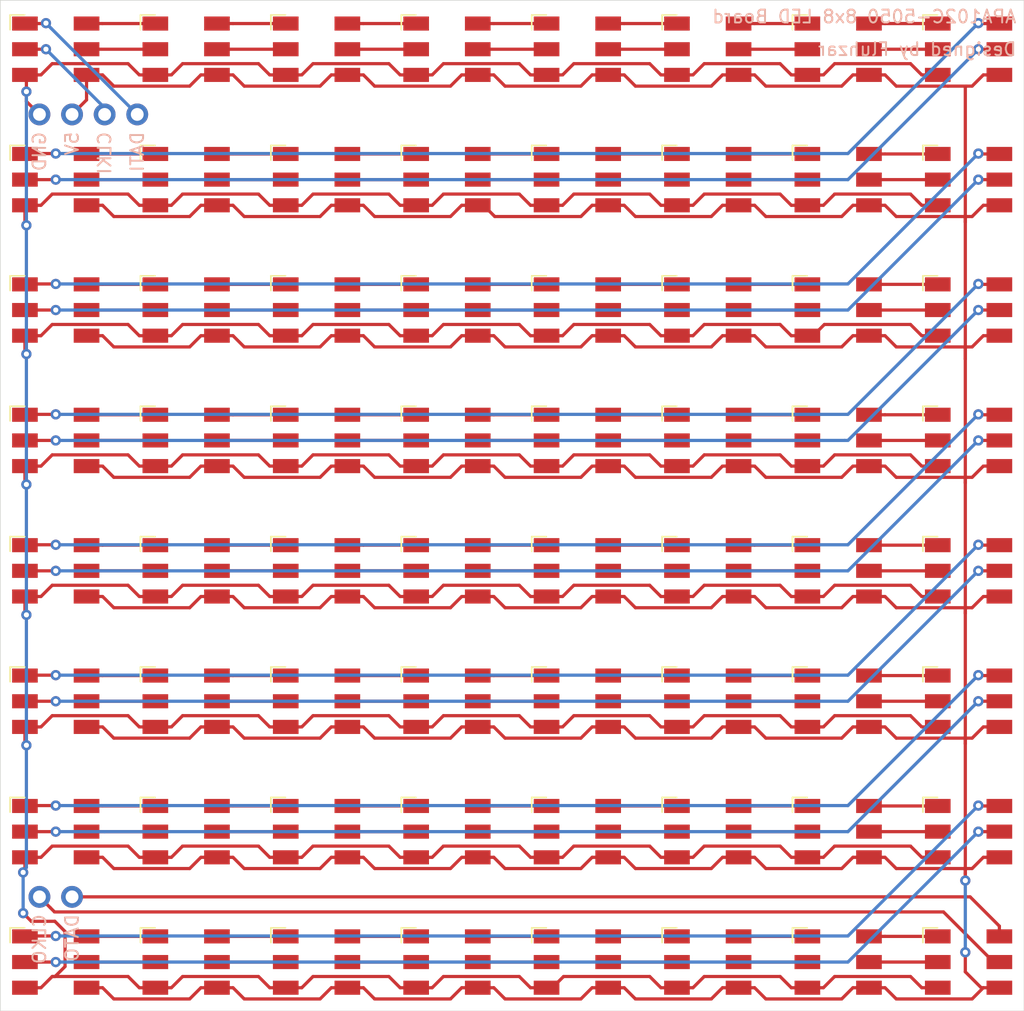
<source format=kicad_pcb>
(kicad_pcb (version 20171130) (host pcbnew "(5.1.4)-1")
  (layers (0 F.Cu signal) (31 B.Cu signal) (34 B.Paste user) (35 F.Paste user) (36 B.SilkS user) (37 F.SilkS user) (38 B.Mask user) (39 F.Mask user) (44 Edge.Cuts user))
  (net 0 "")
  (net 1 "Net-(D0-Pad6)")
  (net 2 "Net-(D0-Pad1)")
  (net 3 "Net-(D0-Pad3)")
  (net 4 "Net-(D0-Pad2)")
  (net 5 "Net-(D1-Pad6)")
  (net 6 "Net-(D2-Pad6)")
  (net 7 "Net-(D3-Pad6)")
  (net 8 "Net-(D4-Pad6)")
  (net 9 "Net-(D5-Pad6)")
  (net 10 "Net-(D6-Pad6)")
  (net 11 "Net-(D7-Pad6)")
  (net 12 "Net-(D8-Pad6)")
  (net 13 "Net-(D10-Pad5)")
  (net 14 "Net-(D10-Pad6)")
  (net 15 "Net-(D10-Pad1)")
  (net 16 "Net-(D10-Pad2)")
  (net 17 "Net-(D11-Pad6)")
  (net 18 "Net-(D12-Pad6)")
  (net 19 "Net-(D13-Pad6)")
  (net 20 "Net-(D14-Pad6)")
  (net 21 "Net-(D15-Pad6)")
  (net 22 "Net-(D16-Pad6)")
  (net 23 "Net-(D17-Pad6)")
  (net 24 "Net-(D18-Pad6)")
  (net 25 "Net-(D19-Pad6)")
  (net 26 "Net-(D20-Pad6)")
  (net 27 "Net-(D21-Pad6)")
  (net 28 "Net-(D22-Pad6)")
  (net 29 "Net-(D23-Pad6)")
  (net 30 "Net-(D24-Pad6)")
  (net 31 "Net-(D25-Pad6)")
  (net 32 "Net-(D26-Pad6)")
  (net 33 "Net-(D27-Pad6)")
  (net 34 "Net-(D28-Pad6)")
  (net 35 "Net-(D29-Pad6)")
  (net 36 "Net-(D30-Pad6)")
  (net 37 "Net-(D31-Pad6)")
  (net 38 "Net-(D32-Pad6)")
  (net 39 "Net-(D33-Pad6)")
  (net 40 "Net-(D34-Pad6)")
  (net 41 "Net-(D35-Pad6)")
  (net 42 "Net-(D36-Pad6)")
  (net 43 "Net-(D37-Pad6)")
  (net 44 "Net-(D38-Pad6)")
  (net 45 "Net-(D39-Pad6)")
  (net 46 "Net-(D40-Pad6)")
  (net 47 "Net-(D41-Pad6)")
  (net 48 "Net-(D42-Pad6)")
  (net 49 "Net-(D43-Pad6)")
  (net 50 "Net-(D44-Pad6)")
  (net 51 "Net-(D45-Pad6)")
  (net 52 "Net-(D46-Pad6)")
  (net 53 "Net-(D47-Pad6)")
  (net 54 "Net-(D48-Pad6)")
  (net 55 "Net-(D49-Pad6)")
  (net 56 "Net-(D50-Pad6)")
  (net 57 "Net-(D51-Pad6)")
  (net 58 "Net-(D52-Pad6)")
  (net 59 "Net-(D53-Pad6)")
  (net 60 "Net-(D54-Pad6)")
  (net 61 "Net-(D55-Pad6)")
  (net 62 "Net-(D56-Pad6)")
  (net 63 "Net-(D57-Pad6)")
  (net 64 "Net-(D58-Pad6)")
  (net 65 "Net-(D59-Pad6)")
  (net 66 "Net-(D60-Pad6)")
  (net 67 "Net-(D61-Pad6)")
  (net 68 "Net-(D62-Pad6)")
  (net 69 "Net-(D63-Pad6)")
  (net 70 "Net-(D0-Pad4)")
  (net 71 "Net-(D0-Pad5)")
  (net 72 "Net-(D1-Pad5)")
  (net 73 "Net-(D2-Pad5)")
  (net 74 "Net-(D3-Pad5)")
  (net 75 "Net-(D4-Pad5)")
  (net 76 "Net-(D5-Pad5)")
  (net 77 "Net-(D6-Pad5)")
  (net 78 "Net-(D7-Pad5)")
  (net 79 "Net-(D8-Pad5)")
  (net 80 "Net-(D11-Pad5)")
  (net 81 "Net-(D12-Pad5)")
  (net 82 "Net-(D13-Pad5)")
  (net 83 "Net-(D14-Pad5)")
  (net 84 "Net-(D15-Pad5)")
  (net 85 "Net-(D16-Pad5)")
  (net 86 "Net-(D17-Pad5)")
  (net 87 "Net-(D18-Pad5)")
  (net 88 "Net-(D19-Pad5)")
  (net 89 "Net-(D20-Pad5)")
  (net 90 "Net-(D21-Pad5)")
  (net 91 "Net-(D22-Pad5)")
  (net 92 "Net-(D23-Pad5)")
  (net 93 "Net-(D24-Pad5)")
  (net 94 "Net-(D25-Pad5)")
  (net 95 "Net-(D26-Pad5)")
  (net 96 "Net-(D27-Pad5)")
  (net 97 "Net-(D28-Pad5)")
  (net 98 "Net-(D29-Pad5)")
  (net 99 "Net-(D30-Pad5)")
  (net 100 "Net-(D31-Pad5)")
  (net 101 "Net-(D32-Pad5)")
  (net 102 "Net-(D33-Pad5)")
  (net 103 "Net-(D34-Pad5)")
  (net 104 "Net-(D35-Pad5)")
  (net 105 "Net-(D36-Pad5)")
  (net 106 "Net-(D37-Pad5)")
  (net 107 "Net-(D38-Pad5)")
  (net 108 "Net-(D39-Pad5)")
  (net 109 "Net-(D40-Pad5)")
  (net 110 "Net-(D41-Pad5)")
  (net 111 "Net-(D42-Pad5)")
  (net 112 "Net-(D43-Pad5)")
  (net 113 "Net-(D44-Pad5)")
  (net 114 "Net-(D45-Pad5)")
  (net 115 "Net-(D46-Pad5)")
  (net 116 "Net-(D47-Pad5)")
  (net 117 "Net-(D48-Pad5)")
  (net 118 "Net-(D49-Pad5)")
  (net 119 "Net-(D50-Pad5)")
  (net 120 "Net-(D51-Pad5)")
  (net 121 "Net-(D52-Pad5)")
  (net 122 "Net-(D53-Pad5)")
  (net 123 "Net-(D54-Pad5)")
  (net 124 "Net-(D55-Pad5)")
  (net 125 "Net-(D56-Pad5)")
  (net 126 "Net-(D57-Pad5)")
  (net 127 "Net-(D58-Pad5)")
  (net 128 "Net-(D59-Pad5)")
  (net 129 "Net-(D60-Pad5)")
  (net 130 "Net-(D61-Pad5)")
  (net 131 "Net-(D62-Pad5)")
  (net 132 "Net-(D63-Pad5)")
  (module LEDs:APA102-5050 (layer F.Cu) (at 97.79 87.63)
    (fp_text reference D24 hide)
    (fp_text value APA102-5050)
    (pad 1 smd rect (at -2.4 -2 90) (size 1.1 2) (layers F.Cu F.Paste F.Mask) (net 29 "Net-(D23-Pad6)"))
    (pad 2 smd rect (at -2.4 0 90) (size 1.1 2) (layers F.Cu F.Paste F.Mask) (net 92 "Net-(D23-Pad5)"))
    (pad 3 smd rect (at -2.4 2 90) (size 1.1 2) (layers F.Cu F.Paste F.Mask) (net 3 "Net-(D0-Pad3)"))
    (pad 4 smd rect (at 2.4 2 90) (size 1.1 2) (layers F.Cu F.Paste F.Mask) (net 70 "Net-(D0-Pad4)"))
    (pad 5 smd rect (at 2.4 0 90) (size 1.1 2) (layers F.Cu F.Paste F.Mask) (net 93 "Net-(D24-Pad5)"))
    (pad 6 smd rect (at 2.4 -2 90) (size 1.1 2) (layers F.Cu F.Paste F.Mask) (net 30 "Net-(D24-Pad6)"))
  )
  (module LEDs:APA102-5050 (layer F.Cu) (at 158.75 97.79)
    (fp_text reference D38 hide)
    (fp_text value APA102-5050)
    (pad 1 smd rect (at -2.4 -2 90) (size 1.1 2) (layers F.Cu F.Paste F.Mask) (net 43 "Net-(D37-Pad6)"))
    (pad 2 smd rect (at -2.4 0 90) (size 1.1 2) (layers F.Cu F.Paste F.Mask) (net 106 "Net-(D37-Pad5)"))
    (pad 3 smd rect (at -2.4 2 90) (size 1.1 2) (layers F.Cu F.Paste F.Mask) (net 3 "Net-(D0-Pad3)"))
    (pad 4 smd rect (at 2.4 2 90) (size 1.1 2) (layers F.Cu F.Paste F.Mask) (net 70 "Net-(D0-Pad4)"))
    (pad 5 smd rect (at 2.4 0 90) (size 1.1 2) (layers F.Cu F.Paste F.Mask) (net 107 "Net-(D38-Pad5)"))
    (pad 6 smd rect (at 2.4 -2 90) (size 1.1 2) (layers F.Cu F.Paste F.Mask) (net 44 "Net-(D38-Pad6)"))
  )
  (module LEDs:APA102-5050 (layer F.Cu) (at 118.11 87.63)
    (fp_text reference D26 hide)
    (fp_text value APA102-5050)
    (pad 1 smd rect (at -2.4 -2 90) (size 1.1 2) (layers F.Cu F.Paste F.Mask) (net 31 "Net-(D25-Pad6)"))
    (pad 2 smd rect (at -2.4 0 90) (size 1.1 2) (layers F.Cu F.Paste F.Mask) (net 94 "Net-(D25-Pad5)"))
    (pad 3 smd rect (at -2.4 2 90) (size 1.1 2) (layers F.Cu F.Paste F.Mask) (net 3 "Net-(D0-Pad3)"))
    (pad 4 smd rect (at 2.4 2 90) (size 1.1 2) (layers F.Cu F.Paste F.Mask) (net 70 "Net-(D0-Pad4)"))
    (pad 5 smd rect (at 2.4 0 90) (size 1.1 2) (layers F.Cu F.Paste F.Mask) (net 95 "Net-(D26-Pad5)"))
    (pad 6 smd rect (at 2.4 -2 90) (size 1.1 2) (layers F.Cu F.Paste F.Mask) (net 32 "Net-(D26-Pad6)"))
  )
  (module LEDs:APA102-5050 (layer F.Cu) (at 168.91 57.15)
    (fp_text reference D7 hide)
    (fp_text value APA102-5050)
    (pad 1 smd rect (at -2.4 -2 90) (size 1.1 2) (layers F.Cu F.Paste F.Mask) (net 10 "Net-(D6-Pad6)"))
    (pad 2 smd rect (at -2.4 0 90) (size 1.1 2) (layers F.Cu F.Paste F.Mask) (net 77 "Net-(D6-Pad5)"))
    (pad 3 smd rect (at -2.4 2 90) (size 1.1 2) (layers F.Cu F.Paste F.Mask) (net 3 "Net-(D0-Pad3)"))
    (pad 4 smd rect (at 2.4 2 90) (size 1.1 2) (layers F.Cu F.Paste F.Mask) (net 70 "Net-(D0-Pad4)"))
    (pad 5 smd rect (at 2.4 0 90) (size 1.1 2) (layers F.Cu F.Paste F.Mask) (net 78 "Net-(D7-Pad5)"))
    (pad 6 smd rect (at 2.4 -2 90) (size 1.1 2) (layers F.Cu F.Paste F.Mask) (net 11 "Net-(D7-Pad6)"))
  )
  (module LEDs:APA102-5050 (layer F.Cu) (at 158.75 67.31)
    (fp_text reference D14 hide)
    (fp_text value APA102-5050)
    (pad 1 smd rect (at -2.4 -2 90) (size 1.1 2) (layers F.Cu F.Paste F.Mask) (net 19 "Net-(D13-Pad6)"))
    (pad 2 smd rect (at -2.4 0 90) (size 1.1 2) (layers F.Cu F.Paste F.Mask) (net 82 "Net-(D13-Pad5)"))
    (pad 3 smd rect (at -2.4 2 90) (size 1.1 2) (layers F.Cu F.Paste F.Mask) (net 3 "Net-(D0-Pad3)"))
    (pad 4 smd rect (at 2.4 2 90) (size 1.1 2) (layers F.Cu F.Paste F.Mask) (net 70 "Net-(D0-Pad4)"))
    (pad 5 smd rect (at 2.4 0 90) (size 1.1 2) (layers F.Cu F.Paste F.Mask) (net 83 "Net-(D14-Pad5)"))
    (pad 6 smd rect (at 2.4 -2 90) (size 1.1 2) (layers F.Cu F.Paste F.Mask) (net 20 "Net-(D14-Pad6)"))
  )
  (module LEDs:APA102-5050 (layer F.Cu) (at 128.27 67.31)
    (fp_text reference D11 hide)
    (fp_text value APA102-5050)
    (pad 1 smd rect (at -2.4 -2 90) (size 1.1 2) (layers F.Cu F.Paste F.Mask) (net 14 "Net-(D10-Pad6)"))
    (pad 2 smd rect (at -2.4 0 90) (size 1.1 2) (layers F.Cu F.Paste F.Mask) (net 13 "Net-(D10-Pad5)"))
    (pad 3 smd rect (at -2.4 2 90) (size 1.1 2) (layers F.Cu F.Paste F.Mask) (net 3 "Net-(D0-Pad3)"))
    (pad 4 smd rect (at 2.4 2 90) (size 1.1 2) (layers F.Cu F.Paste F.Mask) (net 70 "Net-(D0-Pad4)"))
    (pad 5 smd rect (at 2.4 0 90) (size 1.1 2) (layers F.Cu F.Paste F.Mask) (net 80 "Net-(D11-Pad5)"))
    (pad 6 smd rect (at 2.4 -2 90) (size 1.1 2) (layers F.Cu F.Paste F.Mask) (net 17 "Net-(D11-Pad6)"))
  )
  (module LEDs:APA102-5050 (layer F.Cu) (at 107.95 57.15)
    (fp_text reference D1 hide)
    (fp_text value APA102-5050)
    (pad 1 smd rect (at -2.4 -2 90) (size 1.1 2) (layers F.Cu F.Paste F.Mask) (net 1 "Net-(D0-Pad6)"))
    (pad 2 smd rect (at -2.4 0 90) (size 1.1 2) (layers F.Cu F.Paste F.Mask) (net 71 "Net-(D0-Pad5)"))
    (pad 3 smd rect (at -2.4 2 90) (size 1.1 2) (layers F.Cu F.Paste F.Mask) (net 3 "Net-(D0-Pad3)"))
    (pad 4 smd rect (at 2.4 2 90) (size 1.1 2) (layers F.Cu F.Paste F.Mask) (net 70 "Net-(D0-Pad4)"))
    (pad 5 smd rect (at 2.4 0 90) (size 1.1 2) (layers F.Cu F.Paste F.Mask) (net 72 "Net-(D1-Pad5)"))
    (pad 6 smd rect (at 2.4 -2 90) (size 1.1 2) (layers F.Cu F.Paste F.Mask) (net 5 "Net-(D1-Pad6)"))
  )
  (module LEDs:APA102-5050 (layer F.Cu) (at 168.91 128.27)
    (fp_text reference D63 hide)
    (fp_text value APA102-5050)
    (pad 1 smd rect (at -2.4 -2 90) (size 1.1 2) (layers F.Cu F.Paste F.Mask) (net 68 "Net-(D62-Pad6)"))
    (pad 2 smd rect (at -2.4 0 90) (size 1.1 2) (layers F.Cu F.Paste F.Mask) (net 131 "Net-(D62-Pad5)"))
    (pad 3 smd rect (at -2.4 2 90) (size 1.1 2) (layers F.Cu F.Paste F.Mask) (net 3 "Net-(D0-Pad3)"))
    (pad 4 smd rect (at 2.4 2 90) (size 1.1 2) (layers F.Cu F.Paste F.Mask) (net 70 "Net-(D0-Pad4)"))
    (pad 5 smd rect (at 2.4 0 90) (size 1.1 2) (layers F.Cu F.Paste F.Mask) (net 132 "Net-(D63-Pad5)"))
    (pad 6 smd rect (at 2.4 -2 90) (size 1.1 2) (layers F.Cu F.Paste F.Mask) (net 69 "Net-(D63-Pad6)"))
  )
  (module LEDs:APA102-5050 (layer F.Cu) (at 158.75 128.27)
    (fp_text reference D62 hide)
    (fp_text value APA102-5050)
    (pad 1 smd rect (at -2.4 -2 90) (size 1.1 2) (layers F.Cu F.Paste F.Mask) (net 67 "Net-(D61-Pad6)"))
    (pad 2 smd rect (at -2.4 0 90) (size 1.1 2) (layers F.Cu F.Paste F.Mask) (net 130 "Net-(D61-Pad5)"))
    (pad 3 smd rect (at -2.4 2 90) (size 1.1 2) (layers F.Cu F.Paste F.Mask) (net 3 "Net-(D0-Pad3)"))
    (pad 4 smd rect (at 2.4 2 90) (size 1.1 2) (layers F.Cu F.Paste F.Mask) (net 70 "Net-(D0-Pad4)"))
    (pad 5 smd rect (at 2.4 0 90) (size 1.1 2) (layers F.Cu F.Paste F.Mask) (net 131 "Net-(D62-Pad5)"))
    (pad 6 smd rect (at 2.4 -2 90) (size 1.1 2) (layers F.Cu F.Paste F.Mask) (net 68 "Net-(D62-Pad6)"))
  )
  (module LEDs:APA102-5050 (layer F.Cu) (at 148.59 128.27)
    (fp_text reference D61 hide)
    (fp_text value APA102-5050)
    (pad 1 smd rect (at -2.4 -2 90) (size 1.1 2) (layers F.Cu F.Paste F.Mask) (net 66 "Net-(D60-Pad6)"))
    (pad 2 smd rect (at -2.4 0 90) (size 1.1 2) (layers F.Cu F.Paste F.Mask) (net 129 "Net-(D60-Pad5)"))
    (pad 3 smd rect (at -2.4 2 90) (size 1.1 2) (layers F.Cu F.Paste F.Mask) (net 3 "Net-(D0-Pad3)"))
    (pad 4 smd rect (at 2.4 2 90) (size 1.1 2) (layers F.Cu F.Paste F.Mask) (net 70 "Net-(D0-Pad4)"))
    (pad 5 smd rect (at 2.4 0 90) (size 1.1 2) (layers F.Cu F.Paste F.Mask) (net 130 "Net-(D61-Pad5)"))
    (pad 6 smd rect (at 2.4 -2 90) (size 1.1 2) (layers F.Cu F.Paste F.Mask) (net 67 "Net-(D61-Pad6)"))
  )
  (module LEDs:APA102-5050 (layer F.Cu) (at 138.43 128.27)
    (fp_text reference D60 hide)
    (fp_text value APA102-5050)
    (pad 1 smd rect (at -2.4 -2 90) (size 1.1 2) (layers F.Cu F.Paste F.Mask) (net 65 "Net-(D59-Pad6)"))
    (pad 2 smd rect (at -2.4 0 90) (size 1.1 2) (layers F.Cu F.Paste F.Mask) (net 128 "Net-(D59-Pad5)"))
    (pad 3 smd rect (at -2.4 2 90) (size 1.1 2) (layers F.Cu F.Paste F.Mask) (net 3 "Net-(D0-Pad3)"))
    (pad 4 smd rect (at 2.4 2 90) (size 1.1 2) (layers F.Cu F.Paste F.Mask) (net 70 "Net-(D0-Pad4)"))
    (pad 5 smd rect (at 2.4 0 90) (size 1.1 2) (layers F.Cu F.Paste F.Mask) (net 129 "Net-(D60-Pad5)"))
    (pad 6 smd rect (at 2.4 -2 90) (size 1.1 2) (layers F.Cu F.Paste F.Mask) (net 66 "Net-(D60-Pad6)"))
  )
  (module LEDs:APA102-5050 (layer F.Cu) (at 128.27 128.27)
    (fp_text reference D59 hide)
    (fp_text value APA102-5050)
    (pad 1 smd rect (at -2.4 -2 90) (size 1.1 2) (layers F.Cu F.Paste F.Mask) (net 64 "Net-(D58-Pad6)"))
    (pad 2 smd rect (at -2.4 0 90) (size 1.1 2) (layers F.Cu F.Paste F.Mask) (net 127 "Net-(D58-Pad5)"))
    (pad 3 smd rect (at -2.4 2 90) (size 1.1 2) (layers F.Cu F.Paste F.Mask) (net 3 "Net-(D0-Pad3)"))
    (pad 4 smd rect (at 2.4 2 90) (size 1.1 2) (layers F.Cu F.Paste F.Mask) (net 70 "Net-(D0-Pad4)"))
    (pad 5 smd rect (at 2.4 0 90) (size 1.1 2) (layers F.Cu F.Paste F.Mask) (net 128 "Net-(D59-Pad5)"))
    (pad 6 smd rect (at 2.4 -2 90) (size 1.1 2) (layers F.Cu F.Paste F.Mask) (net 65 "Net-(D59-Pad6)"))
  )
  (module LEDs:APA102-5050 (layer F.Cu) (at 118.11 128.27)
    (fp_text reference D58 hide)
    (fp_text value APA102-5050)
    (pad 1 smd rect (at -2.4 -2 90) (size 1.1 2) (layers F.Cu F.Paste F.Mask) (net 63 "Net-(D57-Pad6)"))
    (pad 2 smd rect (at -2.4 0 90) (size 1.1 2) (layers F.Cu F.Paste F.Mask) (net 126 "Net-(D57-Pad5)"))
    (pad 3 smd rect (at -2.4 2 90) (size 1.1 2) (layers F.Cu F.Paste F.Mask) (net 3 "Net-(D0-Pad3)"))
    (pad 4 smd rect (at 2.4 2 90) (size 1.1 2) (layers F.Cu F.Paste F.Mask) (net 70 "Net-(D0-Pad4)"))
    (pad 5 smd rect (at 2.4 0 90) (size 1.1 2) (layers F.Cu F.Paste F.Mask) (net 127 "Net-(D58-Pad5)"))
    (pad 6 smd rect (at 2.4 -2 90) (size 1.1 2) (layers F.Cu F.Paste F.Mask) (net 64 "Net-(D58-Pad6)"))
  )
  (module LEDs:APA102-5050 (layer F.Cu) (at 107.95 128.27)
    (fp_text reference D57 hide)
    (fp_text value APA102-5050)
    (pad 1 smd rect (at -2.4 -2 90) (size 1.1 2) (layers F.Cu F.Paste F.Mask) (net 62 "Net-(D56-Pad6)"))
    (pad 2 smd rect (at -2.4 0 90) (size 1.1 2) (layers F.Cu F.Paste F.Mask) (net 125 "Net-(D56-Pad5)"))
    (pad 3 smd rect (at -2.4 2 90) (size 1.1 2) (layers F.Cu F.Paste F.Mask) (net 3 "Net-(D0-Pad3)"))
    (pad 4 smd rect (at 2.4 2 90) (size 1.1 2) (layers F.Cu F.Paste F.Mask) (net 70 "Net-(D0-Pad4)"))
    (pad 5 smd rect (at 2.4 0 90) (size 1.1 2) (layers F.Cu F.Paste F.Mask) (net 126 "Net-(D57-Pad5)"))
    (pad 6 smd rect (at 2.4 -2 90) (size 1.1 2) (layers F.Cu F.Paste F.Mask) (net 63 "Net-(D57-Pad6)"))
  )
  (module LEDs:APA102-5050 (layer F.Cu) (at 97.79 128.27)
    (fp_text reference D56 hide)
    (fp_text value APA102-5050)
    (pad 1 smd rect (at -2.4 -2 90) (size 1.1 2) (layers F.Cu F.Paste F.Mask) (net 61 "Net-(D55-Pad6)"))
    (pad 2 smd rect (at -2.4 0 90) (size 1.1 2) (layers F.Cu F.Paste F.Mask) (net 124 "Net-(D55-Pad5)"))
    (pad 3 smd rect (at -2.4 2 90) (size 1.1 2) (layers F.Cu F.Paste F.Mask) (net 3 "Net-(D0-Pad3)"))
    (pad 4 smd rect (at 2.4 2 90) (size 1.1 2) (layers F.Cu F.Paste F.Mask) (net 70 "Net-(D0-Pad4)"))
    (pad 5 smd rect (at 2.4 0 90) (size 1.1 2) (layers F.Cu F.Paste F.Mask) (net 125 "Net-(D56-Pad5)"))
    (pad 6 smd rect (at 2.4 -2 90) (size 1.1 2) (layers F.Cu F.Paste F.Mask) (net 62 "Net-(D56-Pad6)"))
  )
  (module LEDs:APA102-5050 (layer F.Cu) (at 168.91 118.11)
    (fp_text reference D55 hide)
    (fp_text value APA102-5050)
    (pad 1 smd rect (at -2.4 -2 90) (size 1.1 2) (layers F.Cu F.Paste F.Mask) (net 60 "Net-(D54-Pad6)"))
    (pad 2 smd rect (at -2.4 0 90) (size 1.1 2) (layers F.Cu F.Paste F.Mask) (net 123 "Net-(D54-Pad5)"))
    (pad 3 smd rect (at -2.4 2 90) (size 1.1 2) (layers F.Cu F.Paste F.Mask) (net 3 "Net-(D0-Pad3)"))
    (pad 4 smd rect (at 2.4 2 90) (size 1.1 2) (layers F.Cu F.Paste F.Mask) (net 70 "Net-(D0-Pad4)"))
    (pad 5 smd rect (at 2.4 0 90) (size 1.1 2) (layers F.Cu F.Paste F.Mask) (net 124 "Net-(D55-Pad5)"))
    (pad 6 smd rect (at 2.4 -2 90) (size 1.1 2) (layers F.Cu F.Paste F.Mask) (net 61 "Net-(D55-Pad6)"))
  )
  (module LEDs:APA102-5050 (layer F.Cu) (at 158.75 118.11)
    (fp_text reference D54 hide)
    (fp_text value APA102-5050)
    (pad 1 smd rect (at -2.4 -2 90) (size 1.1 2) (layers F.Cu F.Paste F.Mask) (net 59 "Net-(D53-Pad6)"))
    (pad 2 smd rect (at -2.4 0 90) (size 1.1 2) (layers F.Cu F.Paste F.Mask) (net 122 "Net-(D53-Pad5)"))
    (pad 3 smd rect (at -2.4 2 90) (size 1.1 2) (layers F.Cu F.Paste F.Mask) (net 3 "Net-(D0-Pad3)"))
    (pad 4 smd rect (at 2.4 2 90) (size 1.1 2) (layers F.Cu F.Paste F.Mask) (net 70 "Net-(D0-Pad4)"))
    (pad 5 smd rect (at 2.4 0 90) (size 1.1 2) (layers F.Cu F.Paste F.Mask) (net 123 "Net-(D54-Pad5)"))
    (pad 6 smd rect (at 2.4 -2 90) (size 1.1 2) (layers F.Cu F.Paste F.Mask) (net 60 "Net-(D54-Pad6)"))
  )
  (module LEDs:APA102-5050 (layer F.Cu) (at 148.59 118.11)
    (fp_text reference D53 hide)
    (fp_text value APA102-5050)
    (pad 1 smd rect (at -2.4 -2 90) (size 1.1 2) (layers F.Cu F.Paste F.Mask) (net 58 "Net-(D52-Pad6)"))
    (pad 2 smd rect (at -2.4 0 90) (size 1.1 2) (layers F.Cu F.Paste F.Mask) (net 121 "Net-(D52-Pad5)"))
    (pad 3 smd rect (at -2.4 2 90) (size 1.1 2) (layers F.Cu F.Paste F.Mask) (net 3 "Net-(D0-Pad3)"))
    (pad 4 smd rect (at 2.4 2 90) (size 1.1 2) (layers F.Cu F.Paste F.Mask) (net 70 "Net-(D0-Pad4)"))
    (pad 5 smd rect (at 2.4 0 90) (size 1.1 2) (layers F.Cu F.Paste F.Mask) (net 122 "Net-(D53-Pad5)"))
    (pad 6 smd rect (at 2.4 -2 90) (size 1.1 2) (layers F.Cu F.Paste F.Mask) (net 59 "Net-(D53-Pad6)"))
  )
  (module LEDs:APA102-5050 (layer F.Cu) (at 138.43 118.11)
    (fp_text reference D52 hide)
    (fp_text value APA102-5050)
    (pad 1 smd rect (at -2.4 -2 90) (size 1.1 2) (layers F.Cu F.Paste F.Mask) (net 57 "Net-(D51-Pad6)"))
    (pad 2 smd rect (at -2.4 0 90) (size 1.1 2) (layers F.Cu F.Paste F.Mask) (net 120 "Net-(D51-Pad5)"))
    (pad 3 smd rect (at -2.4 2 90) (size 1.1 2) (layers F.Cu F.Paste F.Mask) (net 3 "Net-(D0-Pad3)"))
    (pad 4 smd rect (at 2.4 2 90) (size 1.1 2) (layers F.Cu F.Paste F.Mask) (net 70 "Net-(D0-Pad4)"))
    (pad 5 smd rect (at 2.4 0 90) (size 1.1 2) (layers F.Cu F.Paste F.Mask) (net 121 "Net-(D52-Pad5)"))
    (pad 6 smd rect (at 2.4 -2 90) (size 1.1 2) (layers F.Cu F.Paste F.Mask) (net 58 "Net-(D52-Pad6)"))
  )
  (module LEDs:APA102-5050 (layer F.Cu) (at 128.27 118.11)
    (fp_text reference D51 hide)
    (fp_text value APA102-5050)
    (pad 1 smd rect (at -2.4 -2 90) (size 1.1 2) (layers F.Cu F.Paste F.Mask) (net 56 "Net-(D50-Pad6)"))
    (pad 2 smd rect (at -2.4 0 90) (size 1.1 2) (layers F.Cu F.Paste F.Mask) (net 119 "Net-(D50-Pad5)"))
    (pad 3 smd rect (at -2.4 2 90) (size 1.1 2) (layers F.Cu F.Paste F.Mask) (net 3 "Net-(D0-Pad3)"))
    (pad 4 smd rect (at 2.4 2 90) (size 1.1 2) (layers F.Cu F.Paste F.Mask) (net 70 "Net-(D0-Pad4)"))
    (pad 5 smd rect (at 2.4 0 90) (size 1.1 2) (layers F.Cu F.Paste F.Mask) (net 120 "Net-(D51-Pad5)"))
    (pad 6 smd rect (at 2.4 -2 90) (size 1.1 2) (layers F.Cu F.Paste F.Mask) (net 57 "Net-(D51-Pad6)"))
  )
  (module LEDs:APA102-5050 (layer F.Cu) (at 118.11 118.11)
    (fp_text reference D50 hide)
    (fp_text value APA102-5050)
    (pad 1 smd rect (at -2.4 -2 90) (size 1.1 2) (layers F.Cu F.Paste F.Mask) (net 55 "Net-(D49-Pad6)"))
    (pad 2 smd rect (at -2.4 0 90) (size 1.1 2) (layers F.Cu F.Paste F.Mask) (net 118 "Net-(D49-Pad5)"))
    (pad 3 smd rect (at -2.4 2 90) (size 1.1 2) (layers F.Cu F.Paste F.Mask) (net 3 "Net-(D0-Pad3)"))
    (pad 4 smd rect (at 2.4 2 90) (size 1.1 2) (layers F.Cu F.Paste F.Mask) (net 70 "Net-(D0-Pad4)"))
    (pad 5 smd rect (at 2.4 0 90) (size 1.1 2) (layers F.Cu F.Paste F.Mask) (net 119 "Net-(D50-Pad5)"))
    (pad 6 smd rect (at 2.4 -2 90) (size 1.1 2) (layers F.Cu F.Paste F.Mask) (net 56 "Net-(D50-Pad6)"))
  )
  (module LEDs:APA102-5050 (layer F.Cu) (at 107.95 118.11)
    (fp_text reference D49 hide)
    (fp_text value APA102-5050)
    (pad 1 smd rect (at -2.4 -2 90) (size 1.1 2) (layers F.Cu F.Paste F.Mask) (net 54 "Net-(D48-Pad6)"))
    (pad 2 smd rect (at -2.4 0 90) (size 1.1 2) (layers F.Cu F.Paste F.Mask) (net 117 "Net-(D48-Pad5)"))
    (pad 3 smd rect (at -2.4 2 90) (size 1.1 2) (layers F.Cu F.Paste F.Mask) (net 3 "Net-(D0-Pad3)"))
    (pad 4 smd rect (at 2.4 2 90) (size 1.1 2) (layers F.Cu F.Paste F.Mask) (net 70 "Net-(D0-Pad4)"))
    (pad 5 smd rect (at 2.4 0 90) (size 1.1 2) (layers F.Cu F.Paste F.Mask) (net 118 "Net-(D49-Pad5)"))
    (pad 6 smd rect (at 2.4 -2 90) (size 1.1 2) (layers F.Cu F.Paste F.Mask) (net 55 "Net-(D49-Pad6)"))
  )
  (module LEDs:APA102-5050 (layer F.Cu) (at 97.79 118.11)
    (fp_text reference D48 hide)
    (fp_text value APA102-5050)
    (pad 1 smd rect (at -2.4 -2 90) (size 1.1 2) (layers F.Cu F.Paste F.Mask) (net 53 "Net-(D47-Pad6)"))
    (pad 2 smd rect (at -2.4 0 90) (size 1.1 2) (layers F.Cu F.Paste F.Mask) (net 116 "Net-(D47-Pad5)"))
    (pad 3 smd rect (at -2.4 2 90) (size 1.1 2) (layers F.Cu F.Paste F.Mask) (net 3 "Net-(D0-Pad3)"))
    (pad 4 smd rect (at 2.4 2 90) (size 1.1 2) (layers F.Cu F.Paste F.Mask) (net 70 "Net-(D0-Pad4)"))
    (pad 5 smd rect (at 2.4 0 90) (size 1.1 2) (layers F.Cu F.Paste F.Mask) (net 117 "Net-(D48-Pad5)"))
    (pad 6 smd rect (at 2.4 -2 90) (size 1.1 2) (layers F.Cu F.Paste F.Mask) (net 54 "Net-(D48-Pad6)"))
  )
  (module LEDs:APA102-5050 (layer F.Cu) (at 168.91 107.95)
    (fp_text reference D47 hide)
    (fp_text value APA102-5050)
    (pad 1 smd rect (at -2.4 -2 90) (size 1.1 2) (layers F.Cu F.Paste F.Mask) (net 52 "Net-(D46-Pad6)"))
    (pad 2 smd rect (at -2.4 0 90) (size 1.1 2) (layers F.Cu F.Paste F.Mask) (net 115 "Net-(D46-Pad5)"))
    (pad 3 smd rect (at -2.4 2 90) (size 1.1 2) (layers F.Cu F.Paste F.Mask) (net 3 "Net-(D0-Pad3)"))
    (pad 4 smd rect (at 2.4 2 90) (size 1.1 2) (layers F.Cu F.Paste F.Mask) (net 70 "Net-(D0-Pad4)"))
    (pad 5 smd rect (at 2.4 0 90) (size 1.1 2) (layers F.Cu F.Paste F.Mask) (net 116 "Net-(D47-Pad5)"))
    (pad 6 smd rect (at 2.4 -2 90) (size 1.1 2) (layers F.Cu F.Paste F.Mask) (net 53 "Net-(D47-Pad6)"))
  )
  (module LEDs:APA102-5050 (layer F.Cu) (at 158.75 107.95)
    (fp_text reference D46 hide)
    (fp_text value APA102-5050)
    (pad 1 smd rect (at -2.4 -2 90) (size 1.1 2) (layers F.Cu F.Paste F.Mask) (net 51 "Net-(D45-Pad6)"))
    (pad 2 smd rect (at -2.4 0 90) (size 1.1 2) (layers F.Cu F.Paste F.Mask) (net 114 "Net-(D45-Pad5)"))
    (pad 3 smd rect (at -2.4 2 90) (size 1.1 2) (layers F.Cu F.Paste F.Mask) (net 3 "Net-(D0-Pad3)"))
    (pad 4 smd rect (at 2.4 2 90) (size 1.1 2) (layers F.Cu F.Paste F.Mask) (net 70 "Net-(D0-Pad4)"))
    (pad 5 smd rect (at 2.4 0 90) (size 1.1 2) (layers F.Cu F.Paste F.Mask) (net 115 "Net-(D46-Pad5)"))
    (pad 6 smd rect (at 2.4 -2 90) (size 1.1 2) (layers F.Cu F.Paste F.Mask) (net 52 "Net-(D46-Pad6)"))
  )
  (module LEDs:APA102-5050 (layer F.Cu) (at 148.59 107.95)
    (fp_text reference D45 hide)
    (fp_text value APA102-5050)
    (pad 1 smd rect (at -2.4 -2 90) (size 1.1 2) (layers F.Cu F.Paste F.Mask) (net 50 "Net-(D44-Pad6)"))
    (pad 2 smd rect (at -2.4 0 90) (size 1.1 2) (layers F.Cu F.Paste F.Mask) (net 113 "Net-(D44-Pad5)"))
    (pad 3 smd rect (at -2.4 2 90) (size 1.1 2) (layers F.Cu F.Paste F.Mask) (net 3 "Net-(D0-Pad3)"))
    (pad 4 smd rect (at 2.4 2 90) (size 1.1 2) (layers F.Cu F.Paste F.Mask) (net 70 "Net-(D0-Pad4)"))
    (pad 5 smd rect (at 2.4 0 90) (size 1.1 2) (layers F.Cu F.Paste F.Mask) (net 114 "Net-(D45-Pad5)"))
    (pad 6 smd rect (at 2.4 -2 90) (size 1.1 2) (layers F.Cu F.Paste F.Mask) (net 51 "Net-(D45-Pad6)"))
  )
  (module LEDs:APA102-5050 (layer F.Cu) (at 138.43 107.95)
    (fp_text reference D44 hide)
    (fp_text value APA102-5050)
    (pad 1 smd rect (at -2.4 -2 90) (size 1.1 2) (layers F.Cu F.Paste F.Mask) (net 49 "Net-(D43-Pad6)"))
    (pad 2 smd rect (at -2.4 0 90) (size 1.1 2) (layers F.Cu F.Paste F.Mask) (net 112 "Net-(D43-Pad5)"))
    (pad 3 smd rect (at -2.4 2 90) (size 1.1 2) (layers F.Cu F.Paste F.Mask) (net 3 "Net-(D0-Pad3)"))
    (pad 4 smd rect (at 2.4 2 90) (size 1.1 2) (layers F.Cu F.Paste F.Mask) (net 70 "Net-(D0-Pad4)"))
    (pad 5 smd rect (at 2.4 0 90) (size 1.1 2) (layers F.Cu F.Paste F.Mask) (net 113 "Net-(D44-Pad5)"))
    (pad 6 smd rect (at 2.4 -2 90) (size 1.1 2) (layers F.Cu F.Paste F.Mask) (net 50 "Net-(D44-Pad6)"))
  )
  (module LEDs:APA102-5050 (layer F.Cu) (at 128.27 107.95)
    (fp_text reference D43 hide)
    (fp_text value APA102-5050)
    (pad 1 smd rect (at -2.4 -2 90) (size 1.1 2) (layers F.Cu F.Paste F.Mask) (net 48 "Net-(D42-Pad6)"))
    (pad 2 smd rect (at -2.4 0 90) (size 1.1 2) (layers F.Cu F.Paste F.Mask) (net 111 "Net-(D42-Pad5)"))
    (pad 3 smd rect (at -2.4 2 90) (size 1.1 2) (layers F.Cu F.Paste F.Mask) (net 3 "Net-(D0-Pad3)"))
    (pad 4 smd rect (at 2.4 2 90) (size 1.1 2) (layers F.Cu F.Paste F.Mask) (net 70 "Net-(D0-Pad4)"))
    (pad 5 smd rect (at 2.4 0 90) (size 1.1 2) (layers F.Cu F.Paste F.Mask) (net 112 "Net-(D43-Pad5)"))
    (pad 6 smd rect (at 2.4 -2 90) (size 1.1 2) (layers F.Cu F.Paste F.Mask) (net 49 "Net-(D43-Pad6)"))
  )
  (module LEDs:APA102-5050 (layer F.Cu) (at 118.11 107.95)
    (fp_text reference D42 hide)
    (fp_text value APA102-5050)
    (pad 1 smd rect (at -2.4 -2 90) (size 1.1 2) (layers F.Cu F.Paste F.Mask) (net 47 "Net-(D41-Pad6)"))
    (pad 2 smd rect (at -2.4 0 90) (size 1.1 2) (layers F.Cu F.Paste F.Mask) (net 110 "Net-(D41-Pad5)"))
    (pad 3 smd rect (at -2.4 2 90) (size 1.1 2) (layers F.Cu F.Paste F.Mask) (net 3 "Net-(D0-Pad3)"))
    (pad 4 smd rect (at 2.4 2 90) (size 1.1 2) (layers F.Cu F.Paste F.Mask) (net 70 "Net-(D0-Pad4)"))
    (pad 5 smd rect (at 2.4 0 90) (size 1.1 2) (layers F.Cu F.Paste F.Mask) (net 111 "Net-(D42-Pad5)"))
    (pad 6 smd rect (at 2.4 -2 90) (size 1.1 2) (layers F.Cu F.Paste F.Mask) (net 48 "Net-(D42-Pad6)"))
  )
  (module LEDs:APA102-5050 (layer F.Cu) (at 107.95 107.95)
    (fp_text reference D41 hide)
    (fp_text value APA102-5050)
    (pad 1 smd rect (at -2.4 -2 90) (size 1.1 2) (layers F.Cu F.Paste F.Mask) (net 46 "Net-(D40-Pad6)"))
    (pad 2 smd rect (at -2.4 0 90) (size 1.1 2) (layers F.Cu F.Paste F.Mask) (net 109 "Net-(D40-Pad5)"))
    (pad 3 smd rect (at -2.4 2 90) (size 1.1 2) (layers F.Cu F.Paste F.Mask) (net 3 "Net-(D0-Pad3)"))
    (pad 4 smd rect (at 2.4 2 90) (size 1.1 2) (layers F.Cu F.Paste F.Mask) (net 70 "Net-(D0-Pad4)"))
    (pad 5 smd rect (at 2.4 0 90) (size 1.1 2) (layers F.Cu F.Paste F.Mask) (net 110 "Net-(D41-Pad5)"))
    (pad 6 smd rect (at 2.4 -2 90) (size 1.1 2) (layers F.Cu F.Paste F.Mask) (net 47 "Net-(D41-Pad6)"))
  )
  (module LEDs:APA102-5050 (layer F.Cu) (at 97.79 107.95)
    (fp_text reference D40 hide)
    (fp_text value APA102-5050)
    (pad 1 smd rect (at -2.4 -2 90) (size 1.1 2) (layers F.Cu F.Paste F.Mask) (net 45 "Net-(D39-Pad6)"))
    (pad 2 smd rect (at -2.4 0 90) (size 1.1 2) (layers F.Cu F.Paste F.Mask) (net 108 "Net-(D39-Pad5)"))
    (pad 3 smd rect (at -2.4 2 90) (size 1.1 2) (layers F.Cu F.Paste F.Mask) (net 3 "Net-(D0-Pad3)"))
    (pad 4 smd rect (at 2.4 2 90) (size 1.1 2) (layers F.Cu F.Paste F.Mask) (net 70 "Net-(D0-Pad4)"))
    (pad 5 smd rect (at 2.4 0 90) (size 1.1 2) (layers F.Cu F.Paste F.Mask) (net 109 "Net-(D40-Pad5)"))
    (pad 6 smd rect (at 2.4 -2 90) (size 1.1 2) (layers F.Cu F.Paste F.Mask) (net 46 "Net-(D40-Pad6)"))
  )
  (module LEDs:APA102-5050 (layer F.Cu) (at 168.91 97.79)
    (fp_text reference D39 hide)
    (fp_text value APA102-5050)
    (pad 1 smd rect (at -2.4 -2 90) (size 1.1 2) (layers F.Cu F.Paste F.Mask) (net 44 "Net-(D38-Pad6)"))
    (pad 2 smd rect (at -2.4 0 90) (size 1.1 2) (layers F.Cu F.Paste F.Mask) (net 107 "Net-(D38-Pad5)"))
    (pad 3 smd rect (at -2.4 2 90) (size 1.1 2) (layers F.Cu F.Paste F.Mask) (net 3 "Net-(D0-Pad3)"))
    (pad 4 smd rect (at 2.4 2 90) (size 1.1 2) (layers F.Cu F.Paste F.Mask) (net 70 "Net-(D0-Pad4)"))
    (pad 5 smd rect (at 2.4 0 90) (size 1.1 2) (layers F.Cu F.Paste F.Mask) (net 108 "Net-(D39-Pad5)"))
    (pad 6 smd rect (at 2.4 -2 90) (size 1.1 2) (layers F.Cu F.Paste F.Mask) (net 45 "Net-(D39-Pad6)"))
  )
  (module LEDs:APA102-5050 (layer F.Cu) (at 148.59 97.79)
    (fp_text reference D37 hide)
    (fp_text value APA102-5050)
    (pad 1 smd rect (at -2.4 -2 90) (size 1.1 2) (layers F.Cu F.Paste F.Mask) (net 42 "Net-(D36-Pad6)"))
    (pad 2 smd rect (at -2.4 0 90) (size 1.1 2) (layers F.Cu F.Paste F.Mask) (net 105 "Net-(D36-Pad5)"))
    (pad 3 smd rect (at -2.4 2 90) (size 1.1 2) (layers F.Cu F.Paste F.Mask) (net 3 "Net-(D0-Pad3)"))
    (pad 4 smd rect (at 2.4 2 90) (size 1.1 2) (layers F.Cu F.Paste F.Mask) (net 70 "Net-(D0-Pad4)"))
    (pad 5 smd rect (at 2.4 0 90) (size 1.1 2) (layers F.Cu F.Paste F.Mask) (net 106 "Net-(D37-Pad5)"))
    (pad 6 smd rect (at 2.4 -2 90) (size 1.1 2) (layers F.Cu F.Paste F.Mask) (net 43 "Net-(D37-Pad6)"))
  )
  (module LEDs:APA102-5050 (layer F.Cu) (at 138.43 97.79)
    (fp_text reference D36 hide)
    (fp_text value APA102-5050)
    (pad 1 smd rect (at -2.4 -2 90) (size 1.1 2) (layers F.Cu F.Paste F.Mask) (net 41 "Net-(D35-Pad6)"))
    (pad 2 smd rect (at -2.4 0 90) (size 1.1 2) (layers F.Cu F.Paste F.Mask) (net 104 "Net-(D35-Pad5)"))
    (pad 3 smd rect (at -2.4 2 90) (size 1.1 2) (layers F.Cu F.Paste F.Mask) (net 3 "Net-(D0-Pad3)"))
    (pad 4 smd rect (at 2.4 2 90) (size 1.1 2) (layers F.Cu F.Paste F.Mask) (net 70 "Net-(D0-Pad4)"))
    (pad 5 smd rect (at 2.4 0 90) (size 1.1 2) (layers F.Cu F.Paste F.Mask) (net 105 "Net-(D36-Pad5)"))
    (pad 6 smd rect (at 2.4 -2 90) (size 1.1 2) (layers F.Cu F.Paste F.Mask) (net 42 "Net-(D36-Pad6)"))
  )
  (module LEDs:APA102-5050 (layer F.Cu) (at 128.27 97.79)
    (fp_text reference D35 hide)
    (fp_text value APA102-5050)
    (pad 1 smd rect (at -2.4 -2 90) (size 1.1 2) (layers F.Cu F.Paste F.Mask) (net 40 "Net-(D34-Pad6)"))
    (pad 2 smd rect (at -2.4 0 90) (size 1.1 2) (layers F.Cu F.Paste F.Mask) (net 103 "Net-(D34-Pad5)"))
    (pad 3 smd rect (at -2.4 2 90) (size 1.1 2) (layers F.Cu F.Paste F.Mask) (net 3 "Net-(D0-Pad3)"))
    (pad 4 smd rect (at 2.4 2 90) (size 1.1 2) (layers F.Cu F.Paste F.Mask) (net 70 "Net-(D0-Pad4)"))
    (pad 5 smd rect (at 2.4 0 90) (size 1.1 2) (layers F.Cu F.Paste F.Mask) (net 104 "Net-(D35-Pad5)"))
    (pad 6 smd rect (at 2.4 -2 90) (size 1.1 2) (layers F.Cu F.Paste F.Mask) (net 41 "Net-(D35-Pad6)"))
  )
  (module LEDs:APA102-5050 (layer F.Cu) (at 118.11 97.79)
    (fp_text reference D34 hide)
    (fp_text value APA102-5050)
    (pad 1 smd rect (at -2.4 -2 90) (size 1.1 2) (layers F.Cu F.Paste F.Mask) (net 39 "Net-(D33-Pad6)"))
    (pad 2 smd rect (at -2.4 0 90) (size 1.1 2) (layers F.Cu F.Paste F.Mask) (net 102 "Net-(D33-Pad5)"))
    (pad 3 smd rect (at -2.4 2 90) (size 1.1 2) (layers F.Cu F.Paste F.Mask) (net 3 "Net-(D0-Pad3)"))
    (pad 4 smd rect (at 2.4 2 90) (size 1.1 2) (layers F.Cu F.Paste F.Mask) (net 70 "Net-(D0-Pad4)"))
    (pad 5 smd rect (at 2.4 0 90) (size 1.1 2) (layers F.Cu F.Paste F.Mask) (net 103 "Net-(D34-Pad5)"))
    (pad 6 smd rect (at 2.4 -2 90) (size 1.1 2) (layers F.Cu F.Paste F.Mask) (net 40 "Net-(D34-Pad6)"))
  )
  (module LEDs:APA102-5050 (layer F.Cu) (at 107.95 97.79)
    (fp_text reference D33 hide)
    (fp_text value APA102-5050)
    (pad 1 smd rect (at -2.4 -2 90) (size 1.1 2) (layers F.Cu F.Paste F.Mask) (net 38 "Net-(D32-Pad6)"))
    (pad 2 smd rect (at -2.4 0 90) (size 1.1 2) (layers F.Cu F.Paste F.Mask) (net 101 "Net-(D32-Pad5)"))
    (pad 3 smd rect (at -2.4 2 90) (size 1.1 2) (layers F.Cu F.Paste F.Mask) (net 3 "Net-(D0-Pad3)"))
    (pad 4 smd rect (at 2.4 2 90) (size 1.1 2) (layers F.Cu F.Paste F.Mask) (net 70 "Net-(D0-Pad4)"))
    (pad 5 smd rect (at 2.4 0 90) (size 1.1 2) (layers F.Cu F.Paste F.Mask) (net 102 "Net-(D33-Pad5)"))
    (pad 6 smd rect (at 2.4 -2 90) (size 1.1 2) (layers F.Cu F.Paste F.Mask) (net 39 "Net-(D33-Pad6)"))
  )
  (module LEDs:APA102-5050 (layer F.Cu) (at 97.79 97.79)
    (fp_text reference D32 hide)
    (fp_text value APA102-5050)
    (pad 1 smd rect (at -2.4 -2 90) (size 1.1 2) (layers F.Cu F.Paste F.Mask) (net 37 "Net-(D31-Pad6)"))
    (pad 2 smd rect (at -2.4 0 90) (size 1.1 2) (layers F.Cu F.Paste F.Mask) (net 100 "Net-(D31-Pad5)"))
    (pad 3 smd rect (at -2.4 2 90) (size 1.1 2) (layers F.Cu F.Paste F.Mask) (net 3 "Net-(D0-Pad3)"))
    (pad 4 smd rect (at 2.4 2 90) (size 1.1 2) (layers F.Cu F.Paste F.Mask) (net 70 "Net-(D0-Pad4)"))
    (pad 5 smd rect (at 2.4 0 90) (size 1.1 2) (layers F.Cu F.Paste F.Mask) (net 101 "Net-(D32-Pad5)"))
    (pad 6 smd rect (at 2.4 -2 90) (size 1.1 2) (layers F.Cu F.Paste F.Mask) (net 38 "Net-(D32-Pad6)"))
  )
  (module LEDs:APA102-5050 (layer F.Cu) (at 168.91 87.63)
    (fp_text reference D31 hide)
    (fp_text value APA102-5050)
    (pad 1 smd rect (at -2.4 -2 90) (size 1.1 2) (layers F.Cu F.Paste F.Mask) (net 36 "Net-(D30-Pad6)"))
    (pad 2 smd rect (at -2.4 0 90) (size 1.1 2) (layers F.Cu F.Paste F.Mask) (net 99 "Net-(D30-Pad5)"))
    (pad 3 smd rect (at -2.4 2 90) (size 1.1 2) (layers F.Cu F.Paste F.Mask) (net 3 "Net-(D0-Pad3)"))
    (pad 4 smd rect (at 2.4 2 90) (size 1.1 2) (layers F.Cu F.Paste F.Mask) (net 70 "Net-(D0-Pad4)"))
    (pad 5 smd rect (at 2.4 0 90) (size 1.1 2) (layers F.Cu F.Paste F.Mask) (net 100 "Net-(D31-Pad5)"))
    (pad 6 smd rect (at 2.4 -2 90) (size 1.1 2) (layers F.Cu F.Paste F.Mask) (net 37 "Net-(D31-Pad6)"))
  )
  (module LEDs:APA102-5050 (layer F.Cu) (at 158.75 87.63)
    (fp_text reference D30 hide)
    (fp_text value APA102-5050)
    (pad 1 smd rect (at -2.4 -2 90) (size 1.1 2) (layers F.Cu F.Paste F.Mask) (net 35 "Net-(D29-Pad6)"))
    (pad 2 smd rect (at -2.4 0 90) (size 1.1 2) (layers F.Cu F.Paste F.Mask) (net 98 "Net-(D29-Pad5)"))
    (pad 3 smd rect (at -2.4 2 90) (size 1.1 2) (layers F.Cu F.Paste F.Mask) (net 3 "Net-(D0-Pad3)"))
    (pad 4 smd rect (at 2.4 2 90) (size 1.1 2) (layers F.Cu F.Paste F.Mask) (net 70 "Net-(D0-Pad4)"))
    (pad 5 smd rect (at 2.4 0 90) (size 1.1 2) (layers F.Cu F.Paste F.Mask) (net 99 "Net-(D30-Pad5)"))
    (pad 6 smd rect (at 2.4 -2 90) (size 1.1 2) (layers F.Cu F.Paste F.Mask) (net 36 "Net-(D30-Pad6)"))
  )
  (module LEDs:APA102-5050 (layer F.Cu) (at 148.59 87.63)
    (fp_text reference D29 hide)
    (fp_text value APA102-5050)
    (pad 1 smd rect (at -2.4 -2 90) (size 1.1 2) (layers F.Cu F.Paste F.Mask) (net 34 "Net-(D28-Pad6)"))
    (pad 2 smd rect (at -2.4 0 90) (size 1.1 2) (layers F.Cu F.Paste F.Mask) (net 97 "Net-(D28-Pad5)"))
    (pad 3 smd rect (at -2.4 2 90) (size 1.1 2) (layers F.Cu F.Paste F.Mask) (net 3 "Net-(D0-Pad3)"))
    (pad 4 smd rect (at 2.4 2 90) (size 1.1 2) (layers F.Cu F.Paste F.Mask) (net 70 "Net-(D0-Pad4)"))
    (pad 5 smd rect (at 2.4 0 90) (size 1.1 2) (layers F.Cu F.Paste F.Mask) (net 98 "Net-(D29-Pad5)"))
    (pad 6 smd rect (at 2.4 -2 90) (size 1.1 2) (layers F.Cu F.Paste F.Mask) (net 35 "Net-(D29-Pad6)"))
  )
  (module LEDs:APA102-5050 (layer F.Cu) (at 138.43 87.63)
    (fp_text reference D28 hide)
    (fp_text value APA102-5050)
    (pad 1 smd rect (at -2.4 -2 90) (size 1.1 2) (layers F.Cu F.Paste F.Mask) (net 33 "Net-(D27-Pad6)"))
    (pad 2 smd rect (at -2.4 0 90) (size 1.1 2) (layers F.Cu F.Paste F.Mask) (net 96 "Net-(D27-Pad5)"))
    (pad 3 smd rect (at -2.4 2 90) (size 1.1 2) (layers F.Cu F.Paste F.Mask) (net 3 "Net-(D0-Pad3)"))
    (pad 4 smd rect (at 2.4 2 90) (size 1.1 2) (layers F.Cu F.Paste F.Mask) (net 70 "Net-(D0-Pad4)"))
    (pad 5 smd rect (at 2.4 0 90) (size 1.1 2) (layers F.Cu F.Paste F.Mask) (net 97 "Net-(D28-Pad5)"))
    (pad 6 smd rect (at 2.4 -2 90) (size 1.1 2) (layers F.Cu F.Paste F.Mask) (net 34 "Net-(D28-Pad6)"))
  )
  (module LEDs:APA102-5050 (layer F.Cu) (at 128.27 87.63)
    (fp_text reference D27 hide)
    (fp_text value APA102-5050)
    (pad 1 smd rect (at -2.4 -2 90) (size 1.1 2) (layers F.Cu F.Paste F.Mask) (net 32 "Net-(D26-Pad6)"))
    (pad 2 smd rect (at -2.4 0 90) (size 1.1 2) (layers F.Cu F.Paste F.Mask) (net 95 "Net-(D26-Pad5)"))
    (pad 3 smd rect (at -2.4 2 90) (size 1.1 2) (layers F.Cu F.Paste F.Mask) (net 3 "Net-(D0-Pad3)"))
    (pad 4 smd rect (at 2.4 2 90) (size 1.1 2) (layers F.Cu F.Paste F.Mask) (net 70 "Net-(D0-Pad4)"))
    (pad 5 smd rect (at 2.4 0 90) (size 1.1 2) (layers F.Cu F.Paste F.Mask) (net 96 "Net-(D27-Pad5)"))
    (pad 6 smd rect (at 2.4 -2 90) (size 1.1 2) (layers F.Cu F.Paste F.Mask) (net 33 "Net-(D27-Pad6)"))
  )
  (module LEDs:APA102-5050 (layer F.Cu) (at 107.95 87.63)
    (fp_text reference D25 hide)
    (fp_text value APA102-5050)
    (pad 1 smd rect (at -2.4 -2 90) (size 1.1 2) (layers F.Cu F.Paste F.Mask) (net 30 "Net-(D24-Pad6)"))
    (pad 2 smd rect (at -2.4 0 90) (size 1.1 2) (layers F.Cu F.Paste F.Mask) (net 93 "Net-(D24-Pad5)"))
    (pad 3 smd rect (at -2.4 2 90) (size 1.1 2) (layers F.Cu F.Paste F.Mask) (net 3 "Net-(D0-Pad3)"))
    (pad 4 smd rect (at 2.4 2 90) (size 1.1 2) (layers F.Cu F.Paste F.Mask) (net 70 "Net-(D0-Pad4)"))
    (pad 5 smd rect (at 2.4 0 90) (size 1.1 2) (layers F.Cu F.Paste F.Mask) (net 94 "Net-(D25-Pad5)"))
    (pad 6 smd rect (at 2.4 -2 90) (size 1.1 2) (layers F.Cu F.Paste F.Mask) (net 31 "Net-(D25-Pad6)"))
  )
  (module LEDs:APA102-5050 (layer F.Cu) (at 168.91 77.47)
    (fp_text reference D23 hide)
    (fp_text value APA102-5050)
    (pad 1 smd rect (at -2.4 -2 90) (size 1.1 2) (layers F.Cu F.Paste F.Mask) (net 28 "Net-(D22-Pad6)"))
    (pad 2 smd rect (at -2.4 0 90) (size 1.1 2) (layers F.Cu F.Paste F.Mask) (net 91 "Net-(D22-Pad5)"))
    (pad 3 smd rect (at -2.4 2 90) (size 1.1 2) (layers F.Cu F.Paste F.Mask) (net 3 "Net-(D0-Pad3)"))
    (pad 4 smd rect (at 2.4 2 90) (size 1.1 2) (layers F.Cu F.Paste F.Mask) (net 70 "Net-(D0-Pad4)"))
    (pad 5 smd rect (at 2.4 0 90) (size 1.1 2) (layers F.Cu F.Paste F.Mask) (net 92 "Net-(D23-Pad5)"))
    (pad 6 smd rect (at 2.4 -2 90) (size 1.1 2) (layers F.Cu F.Paste F.Mask) (net 29 "Net-(D23-Pad6)"))
  )
  (module LEDs:APA102-5050 (layer F.Cu) (at 158.75 77.47)
    (fp_text reference D22 hide)
    (fp_text value APA102-5050)
    (pad 1 smd rect (at -2.4 -2 90) (size 1.1 2) (layers F.Cu F.Paste F.Mask) (net 27 "Net-(D21-Pad6)"))
    (pad 2 smd rect (at -2.4 0 90) (size 1.1 2) (layers F.Cu F.Paste F.Mask) (net 90 "Net-(D21-Pad5)"))
    (pad 3 smd rect (at -2.4 2 90) (size 1.1 2) (layers F.Cu F.Paste F.Mask) (net 3 "Net-(D0-Pad3)"))
    (pad 4 smd rect (at 2.4 2 90) (size 1.1 2) (layers F.Cu F.Paste F.Mask) (net 70 "Net-(D0-Pad4)"))
    (pad 5 smd rect (at 2.4 0 90) (size 1.1 2) (layers F.Cu F.Paste F.Mask) (net 91 "Net-(D22-Pad5)"))
    (pad 6 smd rect (at 2.4 -2 90) (size 1.1 2) (layers F.Cu F.Paste F.Mask) (net 28 "Net-(D22-Pad6)"))
  )
  (module LEDs:APA102-5050 (layer F.Cu) (at 148.59 77.47)
    (fp_text reference D21 hide)
    (fp_text value APA102-5050)
    (pad 1 smd rect (at -2.4 -2 90) (size 1.1 2) (layers F.Cu F.Paste F.Mask) (net 26 "Net-(D20-Pad6)"))
    (pad 2 smd rect (at -2.4 0 90) (size 1.1 2) (layers F.Cu F.Paste F.Mask) (net 89 "Net-(D20-Pad5)"))
    (pad 3 smd rect (at -2.4 2 90) (size 1.1 2) (layers F.Cu F.Paste F.Mask) (net 3 "Net-(D0-Pad3)"))
    (pad 4 smd rect (at 2.4 2 90) (size 1.1 2) (layers F.Cu F.Paste F.Mask) (net 70 "Net-(D0-Pad4)"))
    (pad 5 smd rect (at 2.4 0 90) (size 1.1 2) (layers F.Cu F.Paste F.Mask) (net 90 "Net-(D21-Pad5)"))
    (pad 6 smd rect (at 2.4 -2 90) (size 1.1 2) (layers F.Cu F.Paste F.Mask) (net 27 "Net-(D21-Pad6)"))
  )
  (module LEDs:APA102-5050 (layer F.Cu) (at 138.43 77.47)
    (fp_text reference D20 hide)
    (fp_text value APA102-5050)
    (pad 1 smd rect (at -2.4 -2 90) (size 1.1 2) (layers F.Cu F.Paste F.Mask) (net 25 "Net-(D19-Pad6)"))
    (pad 2 smd rect (at -2.4 0 90) (size 1.1 2) (layers F.Cu F.Paste F.Mask) (net 88 "Net-(D19-Pad5)"))
    (pad 3 smd rect (at -2.4 2 90) (size 1.1 2) (layers F.Cu F.Paste F.Mask) (net 3 "Net-(D0-Pad3)"))
    (pad 4 smd rect (at 2.4 2 90) (size 1.1 2) (layers F.Cu F.Paste F.Mask) (net 70 "Net-(D0-Pad4)"))
    (pad 5 smd rect (at 2.4 0 90) (size 1.1 2) (layers F.Cu F.Paste F.Mask) (net 89 "Net-(D20-Pad5)"))
    (pad 6 smd rect (at 2.4 -2 90) (size 1.1 2) (layers F.Cu F.Paste F.Mask) (net 26 "Net-(D20-Pad6)"))
  )
  (module LEDs:APA102-5050 (layer F.Cu) (at 128.27 77.47)
    (fp_text reference D19 hide)
    (fp_text value APA102-5050)
    (pad 1 smd rect (at -2.4 -2 90) (size 1.1 2) (layers F.Cu F.Paste F.Mask) (net 24 "Net-(D18-Pad6)"))
    (pad 2 smd rect (at -2.4 0 90) (size 1.1 2) (layers F.Cu F.Paste F.Mask) (net 87 "Net-(D18-Pad5)"))
    (pad 3 smd rect (at -2.4 2 90) (size 1.1 2) (layers F.Cu F.Paste F.Mask) (net 3 "Net-(D0-Pad3)"))
    (pad 4 smd rect (at 2.4 2 90) (size 1.1 2) (layers F.Cu F.Paste F.Mask) (net 70 "Net-(D0-Pad4)"))
    (pad 5 smd rect (at 2.4 0 90) (size 1.1 2) (layers F.Cu F.Paste F.Mask) (net 88 "Net-(D19-Pad5)"))
    (pad 6 smd rect (at 2.4 -2 90) (size 1.1 2) (layers F.Cu F.Paste F.Mask) (net 25 "Net-(D19-Pad6)"))
  )
  (module LEDs:APA102-5050 (layer F.Cu) (at 118.11 77.47)
    (fp_text reference D18 hide)
    (fp_text value APA102-5050)
    (pad 1 smd rect (at -2.4 -2 90) (size 1.1 2) (layers F.Cu F.Paste F.Mask) (net 23 "Net-(D17-Pad6)"))
    (pad 2 smd rect (at -2.4 0 90) (size 1.1 2) (layers F.Cu F.Paste F.Mask) (net 86 "Net-(D17-Pad5)"))
    (pad 3 smd rect (at -2.4 2 90) (size 1.1 2) (layers F.Cu F.Paste F.Mask) (net 3 "Net-(D0-Pad3)"))
    (pad 4 smd rect (at 2.4 2 90) (size 1.1 2) (layers F.Cu F.Paste F.Mask) (net 70 "Net-(D0-Pad4)"))
    (pad 5 smd rect (at 2.4 0 90) (size 1.1 2) (layers F.Cu F.Paste F.Mask) (net 87 "Net-(D18-Pad5)"))
    (pad 6 smd rect (at 2.4 -2 90) (size 1.1 2) (layers F.Cu F.Paste F.Mask) (net 24 "Net-(D18-Pad6)"))
  )
  (module LEDs:APA102-5050 (layer F.Cu) (at 107.95 77.47)
    (fp_text reference D17 hide)
    (fp_text value APA102-5050)
    (pad 1 smd rect (at -2.4 -2 90) (size 1.1 2) (layers F.Cu F.Paste F.Mask) (net 22 "Net-(D16-Pad6)"))
    (pad 2 smd rect (at -2.4 0 90) (size 1.1 2) (layers F.Cu F.Paste F.Mask) (net 85 "Net-(D16-Pad5)"))
    (pad 3 smd rect (at -2.4 2 90) (size 1.1 2) (layers F.Cu F.Paste F.Mask) (net 3 "Net-(D0-Pad3)"))
    (pad 4 smd rect (at 2.4 2 90) (size 1.1 2) (layers F.Cu F.Paste F.Mask) (net 70 "Net-(D0-Pad4)"))
    (pad 5 smd rect (at 2.4 0 90) (size 1.1 2) (layers F.Cu F.Paste F.Mask) (net 86 "Net-(D17-Pad5)"))
    (pad 6 smd rect (at 2.4 -2 90) (size 1.1 2) (layers F.Cu F.Paste F.Mask) (net 23 "Net-(D17-Pad6)"))
  )
  (module LEDs:APA102-5050 (layer F.Cu) (at 97.79 77.47)
    (fp_text reference D16 hide)
    (fp_text value APA102-5050)
    (pad 1 smd rect (at -2.4 -2 90) (size 1.1 2) (layers F.Cu F.Paste F.Mask) (net 21 "Net-(D15-Pad6)"))
    (pad 2 smd rect (at -2.4 0 90) (size 1.1 2) (layers F.Cu F.Paste F.Mask) (net 84 "Net-(D15-Pad5)"))
    (pad 3 smd rect (at -2.4 2 90) (size 1.1 2) (layers F.Cu F.Paste F.Mask) (net 3 "Net-(D0-Pad3)"))
    (pad 4 smd rect (at 2.4 2 90) (size 1.1 2) (layers F.Cu F.Paste F.Mask) (net 70 "Net-(D0-Pad4)"))
    (pad 5 smd rect (at 2.4 0 90) (size 1.1 2) (layers F.Cu F.Paste F.Mask) (net 85 "Net-(D16-Pad5)"))
    (pad 6 smd rect (at 2.4 -2 90) (size 1.1 2) (layers F.Cu F.Paste F.Mask) (net 22 "Net-(D16-Pad6)"))
  )
  (module LEDs:APA102-5050 (layer F.Cu) (at 168.91 67.31)
    (fp_text reference D15 hide)
    (fp_text value APA102-5050)
    (pad 1 smd rect (at -2.4 -2 90) (size 1.1 2) (layers F.Cu F.Paste F.Mask) (net 20 "Net-(D14-Pad6)"))
    (pad 2 smd rect (at -2.4 0 90) (size 1.1 2) (layers F.Cu F.Paste F.Mask) (net 83 "Net-(D14-Pad5)"))
    (pad 3 smd rect (at -2.4 2 90) (size 1.1 2) (layers F.Cu F.Paste F.Mask) (net 3 "Net-(D0-Pad3)"))
    (pad 4 smd rect (at 2.4 2 90) (size 1.1 2) (layers F.Cu F.Paste F.Mask) (net 70 "Net-(D0-Pad4)"))
    (pad 5 smd rect (at 2.4 0 90) (size 1.1 2) (layers F.Cu F.Paste F.Mask) (net 84 "Net-(D15-Pad5)"))
    (pad 6 smd rect (at 2.4 -2 90) (size 1.1 2) (layers F.Cu F.Paste F.Mask) (net 21 "Net-(D15-Pad6)"))
  )
  (module LEDs:APA102-5050 (layer F.Cu) (at 148.59 67.31)
    (fp_text reference D13 hide)
    (fp_text value APA102-5050)
    (pad 1 smd rect (at -2.4 -2 90) (size 1.1 2) (layers F.Cu F.Paste F.Mask) (net 18 "Net-(D12-Pad6)"))
    (pad 2 smd rect (at -2.4 0 90) (size 1.1 2) (layers F.Cu F.Paste F.Mask) (net 81 "Net-(D12-Pad5)"))
    (pad 3 smd rect (at -2.4 2 90) (size 1.1 2) (layers F.Cu F.Paste F.Mask) (net 3 "Net-(D0-Pad3)"))
    (pad 4 smd rect (at 2.4 2 90) (size 1.1 2) (layers F.Cu F.Paste F.Mask) (net 70 "Net-(D0-Pad4)"))
    (pad 5 smd rect (at 2.4 0 90) (size 1.1 2) (layers F.Cu F.Paste F.Mask) (net 82 "Net-(D13-Pad5)"))
    (pad 6 smd rect (at 2.4 -2 90) (size 1.1 2) (layers F.Cu F.Paste F.Mask) (net 19 "Net-(D13-Pad6)"))
  )
  (module LEDs:APA102-5050 (layer F.Cu) (at 138.43 67.31)
    (fp_text reference D12 hide)
    (fp_text value APA102-5050)
    (pad 1 smd rect (at -2.4 -2 90) (size 1.1 2) (layers F.Cu F.Paste F.Mask) (net 17 "Net-(D11-Pad6)"))
    (pad 2 smd rect (at -2.4 0 90) (size 1.1 2) (layers F.Cu F.Paste F.Mask) (net 80 "Net-(D11-Pad5)"))
    (pad 3 smd rect (at -2.4 2 90) (size 1.1 2) (layers F.Cu F.Paste F.Mask) (net 3 "Net-(D0-Pad3)"))
    (pad 4 smd rect (at 2.4 2 90) (size 1.1 2) (layers F.Cu F.Paste F.Mask) (net 70 "Net-(D0-Pad4)"))
    (pad 5 smd rect (at 2.4 0 90) (size 1.1 2) (layers F.Cu F.Paste F.Mask) (net 81 "Net-(D12-Pad5)"))
    (pad 6 smd rect (at 2.4 -2 90) (size 1.1 2) (layers F.Cu F.Paste F.Mask) (net 18 "Net-(D12-Pad6)"))
  )
  (module LEDs:APA102-5050 (layer F.Cu) (at 118.11 67.31)
    (fp_text reference D10 hide)
    (fp_text value APA102-5050)
    (pad 1 smd rect (at -2.4 -2 90) (size 1.1 2) (layers F.Cu F.Paste F.Mask) (net 15 "Net-(D10-Pad1)"))
    (pad 2 smd rect (at -2.4 0 90) (size 1.1 2) (layers F.Cu F.Paste F.Mask) (net 16 "Net-(D10-Pad2)"))
    (pad 3 smd rect (at -2.4 2 90) (size 1.1 2) (layers F.Cu F.Paste F.Mask) (net 3 "Net-(D0-Pad3)"))
    (pad 4 smd rect (at 2.4 2 90) (size 1.1 2) (layers F.Cu F.Paste F.Mask) (net 70 "Net-(D0-Pad4)"))
    (pad 5 smd rect (at 2.4 0 90) (size 1.1 2) (layers F.Cu F.Paste F.Mask) (net 13 "Net-(D10-Pad5)"))
    (pad 6 smd rect (at 2.4 -2 90) (size 1.1 2) (layers F.Cu F.Paste F.Mask) (net 14 "Net-(D10-Pad6)"))
  )
  (module LEDs:APA102-5050 (layer F.Cu) (at 107.95 67.31)
    (fp_text reference D9 hide)
    (fp_text value APA102-5050)
    (pad 1 smd rect (at -2.4 -2 90) (size 1.1 2) (layers F.Cu F.Paste F.Mask) (net 12 "Net-(D8-Pad6)"))
    (pad 2 smd rect (at -2.4 0 90) (size 1.1 2) (layers F.Cu F.Paste F.Mask) (net 79 "Net-(D8-Pad5)"))
    (pad 3 smd rect (at -2.4 2 90) (size 1.1 2) (layers F.Cu F.Paste F.Mask) (net 3 "Net-(D0-Pad3)"))
    (pad 4 smd rect (at 2.4 2 90) (size 1.1 2) (layers F.Cu F.Paste F.Mask) (net 70 "Net-(D0-Pad4)"))
    (pad 5 smd rect (at 2.4 0 90) (size 1.1 2) (layers F.Cu F.Paste F.Mask) (net 16 "Net-(D10-Pad2)"))
    (pad 6 smd rect (at 2.4 -2 90) (size 1.1 2) (layers F.Cu F.Paste F.Mask) (net 15 "Net-(D10-Pad1)"))
  )
  (module LEDs:APA102-5050 (layer F.Cu) (at 97.79 67.31)
    (fp_text reference D8 hide)
    (fp_text value APA102-5050)
    (pad 1 smd rect (at -2.4 -2 90) (size 1.1 2) (layers F.Cu F.Paste F.Mask) (net 11 "Net-(D7-Pad6)"))
    (pad 2 smd rect (at -2.4 0 90) (size 1.1 2) (layers F.Cu F.Paste F.Mask) (net 78 "Net-(D7-Pad5)"))
    (pad 3 smd rect (at -2.4 2 90) (size 1.1 2) (layers F.Cu F.Paste F.Mask) (net 3 "Net-(D0-Pad3)"))
    (pad 4 smd rect (at 2.4 2 90) (size 1.1 2) (layers F.Cu F.Paste F.Mask) (net 70 "Net-(D0-Pad4)"))
    (pad 5 smd rect (at 2.4 0 90) (size 1.1 2) (layers F.Cu F.Paste F.Mask) (net 79 "Net-(D8-Pad5)"))
    (pad 6 smd rect (at 2.4 -2 90) (size 1.1 2) (layers F.Cu F.Paste F.Mask) (net 12 "Net-(D8-Pad6)"))
  )
  (module LEDs:APA102-5050 (layer F.Cu) (at 158.75 57.15)
    (fp_text reference D6 hide)
    (fp_text value APA102-5050)
    (pad 1 smd rect (at -2.4 -2 90) (size 1.1 2) (layers F.Cu F.Paste F.Mask) (net 9 "Net-(D5-Pad6)"))
    (pad 2 smd rect (at -2.4 0 90) (size 1.1 2) (layers F.Cu F.Paste F.Mask) (net 76 "Net-(D5-Pad5)"))
    (pad 3 smd rect (at -2.4 2 90) (size 1.1 2) (layers F.Cu F.Paste F.Mask) (net 3 "Net-(D0-Pad3)"))
    (pad 4 smd rect (at 2.4 2 90) (size 1.1 2) (layers F.Cu F.Paste F.Mask) (net 70 "Net-(D0-Pad4)"))
    (pad 5 smd rect (at 2.4 0 90) (size 1.1 2) (layers F.Cu F.Paste F.Mask) (net 77 "Net-(D6-Pad5)"))
    (pad 6 smd rect (at 2.4 -2 90) (size 1.1 2) (layers F.Cu F.Paste F.Mask) (net 10 "Net-(D6-Pad6)"))
  )
  (module LEDs:APA102-5050 (layer F.Cu) (at 148.59 57.15)
    (fp_text reference D5 hide)
    (fp_text value APA102-5050)
    (pad 1 smd rect (at -2.4 -2 90) (size 1.1 2) (layers F.Cu F.Paste F.Mask) (net 8 "Net-(D4-Pad6)"))
    (pad 2 smd rect (at -2.4 0 90) (size 1.1 2) (layers F.Cu F.Paste F.Mask) (net 75 "Net-(D4-Pad5)"))
    (pad 3 smd rect (at -2.4 2 90) (size 1.1 2) (layers F.Cu F.Paste F.Mask) (net 3 "Net-(D0-Pad3)"))
    (pad 4 smd rect (at 2.4 2 90) (size 1.1 2) (layers F.Cu F.Paste F.Mask) (net 70 "Net-(D0-Pad4)"))
    (pad 5 smd rect (at 2.4 0 90) (size 1.1 2) (layers F.Cu F.Paste F.Mask) (net 76 "Net-(D5-Pad5)"))
    (pad 6 smd rect (at 2.4 -2 90) (size 1.1 2) (layers F.Cu F.Paste F.Mask) (net 9 "Net-(D5-Pad6)"))
  )
  (module LEDs:APA102-5050 (layer F.Cu) (at 138.43 57.15)
    (fp_text reference D4 hide)
    (fp_text value APA102-5050)
    (pad 1 smd rect (at -2.4 -2 90) (size 1.1 2) (layers F.Cu F.Paste F.Mask) (net 7 "Net-(D3-Pad6)"))
    (pad 2 smd rect (at -2.4 0 90) (size 1.1 2) (layers F.Cu F.Paste F.Mask) (net 74 "Net-(D3-Pad5)"))
    (pad 3 smd rect (at -2.4 2 90) (size 1.1 2) (layers F.Cu F.Paste F.Mask) (net 3 "Net-(D0-Pad3)"))
    (pad 4 smd rect (at 2.4 2 90) (size 1.1 2) (layers F.Cu F.Paste F.Mask) (net 70 "Net-(D0-Pad4)"))
    (pad 5 smd rect (at 2.4 0 90) (size 1.1 2) (layers F.Cu F.Paste F.Mask) (net 75 "Net-(D4-Pad5)"))
    (pad 6 smd rect (at 2.4 -2 90) (size 1.1 2) (layers F.Cu F.Paste F.Mask) (net 8 "Net-(D4-Pad6)"))
  )
  (module LEDs:APA102-5050 (layer F.Cu) (at 128.27 57.15)
    (fp_text reference D3 hide)
    (fp_text value APA102-5050)
    (pad 1 smd rect (at -2.4 -2 90) (size 1.1 2) (layers F.Cu F.Paste F.Mask) (net 6 "Net-(D2-Pad6)"))
    (pad 2 smd rect (at -2.4 0 90) (size 1.1 2) (layers F.Cu F.Paste F.Mask) (net 73 "Net-(D2-Pad5)"))
    (pad 3 smd rect (at -2.4 2 90) (size 1.1 2) (layers F.Cu F.Paste F.Mask) (net 3 "Net-(D0-Pad3)"))
    (pad 4 smd rect (at 2.4 2 90) (size 1.1 2) (layers F.Cu F.Paste F.Mask) (net 70 "Net-(D0-Pad4)"))
    (pad 5 smd rect (at 2.4 0 90) (size 1.1 2) (layers F.Cu F.Paste F.Mask) (net 74 "Net-(D3-Pad5)"))
    (pad 6 smd rect (at 2.4 -2 90) (size 1.1 2) (layers F.Cu F.Paste F.Mask) (net 7 "Net-(D3-Pad6)"))
  )
  (module LEDs:APA102-5050 (layer F.Cu) (at 118.11 57.15)
    (fp_text reference D2 hide)
    (fp_text value APA102-5050)
    (pad 1 smd rect (at -2.4 -2 90) (size 1.1 2) (layers F.Cu F.Paste F.Mask) (net 5 "Net-(D1-Pad6)"))
    (pad 2 smd rect (at -2.4 0 90) (size 1.1 2) (layers F.Cu F.Paste F.Mask) (net 72 "Net-(D1-Pad5)"))
    (pad 3 smd rect (at -2.4 2 90) (size 1.1 2) (layers F.Cu F.Paste F.Mask) (net 3 "Net-(D0-Pad3)"))
    (pad 4 smd rect (at 2.4 2 90) (size 1.1 2) (layers F.Cu F.Paste F.Mask) (net 70 "Net-(D0-Pad4)"))
    (pad 5 smd rect (at 2.4 0 90) (size 1.1 2) (layers F.Cu F.Paste F.Mask) (net 73 "Net-(D2-Pad5)"))
    (pad 6 smd rect (at 2.4 -2 90) (size 1.1 2) (layers F.Cu F.Paste F.Mask) (net 6 "Net-(D2-Pad6)"))
  )
  (module LEDs:APA102-5050 (layer F.Cu) (at 97.79 57.15)
    (fp_text reference D0 hide)
    (fp_text value APA102-5050)
    (pad 1 smd rect (at -2.4 -2 90) (size 1.1 2) (layers F.Cu F.Paste F.Mask) (net 2 "Net-(D0-Pad1)"))
    (pad 2 smd rect (at -2.4 0 90) (size 1.1 2) (layers F.Cu F.Paste F.Mask) (net 4 "Net-(D0-Pad2)"))
    (pad 3 smd rect (at -2.4 2 90) (size 1.1 2) (layers F.Cu F.Paste F.Mask) (net 3 "Net-(D0-Pad3)"))
    (pad 4 smd rect (at 2.4 2 90) (size 1.1 2) (layers F.Cu F.Paste F.Mask) (net 70 "Net-(D0-Pad4)"))
    (pad 5 smd rect (at 2.4 0 90) (size 1.1 2) (layers F.Cu F.Paste F.Mask) (net 71 "Net-(D0-Pad5)"))
    (pad 6 smd rect (at 2.4 -2 90) (size 1.1 2) (layers F.Cu F.Paste F.Mask) (net 1 "Net-(D0-Pad6)"))
  )
  (module MountingHole_Pad:MountingHole_Pad (layer F.Cu) (at 99.06 125.73)
    (fp_text reference H5 hide)
    (fp_text value MountingHole_Pad)
    (pad 1 thru_hole circle (at 0 -2.54) (size 1.7 1.7) (drill 1) (layers *.Cu *.Mask) (net 69 "Net-(D63-Pad6)"))
  )
  (module MountingHole_Pad:MountingHole_Pad (layer F.Cu) (at 96.52 125.73)
    (fp_text reference H4 hide)
    (fp_text value MountingHole_Pad)
    (pad 1 thru_hole circle (at 0 -2.54) (size 1.7 1.7) (drill 1) (layers *.Cu *.Mask) (net 132 "Net-(D63-Pad5)"))
  )
  (module MountingHole_Pad:MountingHole_Pad (layer F.Cu) (at 104.14 64.77)
    (fp_text reference H3 hide)
    (fp_text value MountingHole_Pad)
    (pad 1 thru_hole circle (at 0 -2.54) (size 1.7 1.7) (drill 1) (layers *.Cu *.Mask) (net 2 "Net-(D0-Pad1)"))
  )
  (module MountingHole_Pad:MountingHole_Pad (layer F.Cu) (at 101.6 64.77)
    (fp_text reference H2 hide)
    (fp_text value MountingHole_Pad)
    (pad 1 thru_hole circle (at 0 -2.54) (size 1.7 1.7) (drill 1) (layers *.Cu *.Mask) (net 4 "Net-(D0-Pad2)"))
  )
  (module MountingHole_Pad:MountingHole_Pad (layer F.Cu) (at 99.06 64.77)
    (fp_text reference H1 hide)
    (fp_text value MountingHole_Pad)
    (pad 1 thru_hole circle (at 0 -2.54) (size 1.7 1.7) (drill 1) (layers *.Cu *.Mask) (net 70 "Net-(D0-Pad4)"))
  )
  (module MountingHole_Pad:MountingHole_Pad (layer F.Cu) (at 96.52 64.77)
    (fp_text reference H0 hide)
    (fp_text value MountingHole_Pad)
    (pad 1 thru_hole circle (at 0 -2.54) (size 1.7 1.7) (drill 1) (layers *.Cu *.Mask) (net 3 "Net-(D0-Pad3)"))
  )
  (gr_line (start 173.228 53.34) (end 93.472 53.34) (layer Edge.Cuts) (width 0.05))
  (gr_text DATO (at 99.06 124.46 90) (layer B.SilkS) (effects (font (size 1 1)) (justify left mirror)))
  (gr_text CLKO (at 96.52 124.46 90) (layer B.SilkS) (effects (font (size 1 1)) (justify left mirror)))
  (gr_text DATI (at 104.14 63.5 90) (layer B.SilkS) (effects (font (size 1 1)) (justify left mirror)))
  (gr_text CLKI (at 101.6 63.5 90) (layer B.SilkS) (effects (font (size 1 1)) (justify left mirror)))
  (gr_text 5V (at 99.06 63.5 90) (layer B.SilkS) (effects (font (size 1 1)) (justify left mirror)))
  (gr_text GND (at 96.52 63.5 90) (layer B.SilkS) (effects (font (size 1 1)) (justify left mirror)))
  (gr_text "Designed by Fluhzar" (at 172.72 57.15) (layer B.SilkS) (effects (font (size 1 1)) (justify left mirror)))
  (gr_text "APA102C-5050 8x8 LED Board" (at 172.72 54.61) (layer B.SilkS) (effects (font (size 1 1)) (justify left mirror)))
  (gr_line (start 93.472 132.08) (end 173.228 132.08) (layer Edge.Cuts) (width 0.05))
  (gr_line (start 173.228 53.34) (end 173.228 132.08) (layer Edge.Cuts) (width 0.05))
  (gr_line (start 93.472 132.08) (end 93.472 53.34) (layer Edge.Cuts) (width 0.05))
  (segment (start 100.19 55.15) (end 101.44 55.15) (width 0.25) (layer F.Cu) (net 1))
  (segment (start 101.44 55.15) (end 105.55 55.15) (width 0.25) (layer F.Cu) (net 1))
  (segment (start 95.39 55.15) (end 96.996 55.15) (width 0.25) (layer F.Cu) (net 2))
  (segment (start 96.996 55.15) (end 97.028 55.118) (width 0.25) (layer F.Cu) (net 2))
  (segment (start 97.028 55.118) (end 97.427999 55.517999) (width 0.25) (layer B.Cu) (net 2))
  (segment (start 97.427999 55.517999) (end 104.14 62.23) (width 0.25) (layer B.Cu) (net 2))
  (via (at 97.028 55.118) (size 0.8) (drill 0.4) (layers F.Cu B.Cu) (net 2))
  (segment (start 94.94 120.11) (end 95.39 120.11) (width 0.25) (layer F.Cu) (net 3))
  (segment (start 124.62 59.15) (end 125.87 59.15) (width 0.25) (layer F.Cu) (net 3))
  (segment (start 123.744999 58.274999) (end 124.62 59.15) (width 0.25) (layer F.Cu) (net 3))
  (segment (start 117.835001 58.274999) (end 123.744999 58.274999) (width 0.25) (layer F.Cu) (net 3))
  (segment (start 116.96 59.15) (end 117.835001 58.274999) (width 0.25) (layer F.Cu) (net 3))
  (segment (start 115.71 59.15) (end 116.96 59.15) (width 0.25) (layer F.Cu) (net 3))
  (segment (start 134.78 59.15) (end 136.03 59.15) (width 0.25) (layer F.Cu) (net 3))
  (segment (start 127.12 59.15) (end 127.995001 58.274999) (width 0.25) (layer F.Cu) (net 3))
  (segment (start 125.87 59.15) (end 127.12 59.15) (width 0.25) (layer F.Cu) (net 3))
  (segment (start 144.94 59.15) (end 146.19 59.15) (width 0.25) (layer F.Cu) (net 3))
  (segment (start 137.28 59.15) (end 138.155001 58.274999) (width 0.25) (layer F.Cu) (net 3))
  (segment (start 136.03 59.15) (end 137.28 59.15) (width 0.25) (layer F.Cu) (net 3))
  (segment (start 155.1 59.15) (end 156.35 59.15) (width 0.25) (layer F.Cu) (net 3))
  (segment (start 147.44 59.15) (end 148.315001 58.274999) (width 0.25) (layer F.Cu) (net 3))
  (segment (start 146.19 59.15) (end 147.44 59.15) (width 0.25) (layer F.Cu) (net 3))
  (segment (start 165.26 59.15) (end 166.51 59.15) (width 0.25) (layer F.Cu) (net 3))
  (segment (start 157.6 59.15) (end 158.475001 58.274999) (width 0.25) (layer F.Cu) (net 3))
  (segment (start 156.35 59.15) (end 157.6 59.15) (width 0.25) (layer F.Cu) (net 3))
  (segment (start 104.3 69.31) (end 105.55 69.31) (width 0.25) (layer F.Cu) (net 3))
  (segment (start 96.64 69.31) (end 97.515001 68.434999) (width 0.25) (layer F.Cu) (net 3))
  (segment (start 95.39 69.31) (end 96.64 69.31) (width 0.25) (layer F.Cu) (net 3))
  (segment (start 114.46 69.31) (end 115.71 69.31) (width 0.25) (layer F.Cu) (net 3))
  (segment (start 106.8 69.31) (end 107.675001 68.434999) (width 0.25) (layer F.Cu) (net 3))
  (segment (start 105.55 69.31) (end 106.8 69.31) (width 0.25) (layer F.Cu) (net 3))
  (segment (start 116.96 69.31) (end 117.835001 68.434999) (width 0.25) (layer F.Cu) (net 3))
  (segment (start 115.71 69.31) (end 116.96 69.31) (width 0.25) (layer F.Cu) (net 3))
  (segment (start 134.78 69.31) (end 136.03 69.31) (width 0.25) (layer F.Cu) (net 3))
  (segment (start 127.12 69.31) (end 127.995001 68.434999) (width 0.25) (layer F.Cu) (net 3))
  (segment (start 125.87 69.31) (end 127.12 69.31) (width 0.25) (layer F.Cu) (net 3))
  (segment (start 144.94 69.31) (end 146.19 69.31) (width 0.25) (layer F.Cu) (net 3))
  (segment (start 137.28 69.31) (end 138.155001 68.434999) (width 0.25) (layer F.Cu) (net 3))
  (segment (start 136.03 69.31) (end 137.28 69.31) (width 0.25) (layer F.Cu) (net 3))
  (segment (start 147.44 69.31) (end 148.315001 68.434999) (width 0.25) (layer F.Cu) (net 3))
  (segment (start 146.19 69.31) (end 147.44 69.31) (width 0.25) (layer F.Cu) (net 3))
  (segment (start 165.26 69.31) (end 166.51 69.31) (width 0.25) (layer F.Cu) (net 3))
  (segment (start 157.6 69.31) (end 158.475001 68.434999) (width 0.25) (layer F.Cu) (net 3))
  (segment (start 156.35 69.31) (end 157.6 69.31) (width 0.25) (layer F.Cu) (net 3))
  (segment (start 104.3 79.47) (end 105.55 79.47) (width 0.25) (layer F.Cu) (net 3))
  (segment (start 96.64 79.47) (end 97.515001 78.594999) (width 0.25) (layer F.Cu) (net 3))
  (segment (start 95.39 79.47) (end 96.64 79.47) (width 0.25) (layer F.Cu) (net 3))
  (segment (start 114.46 79.47) (end 115.71 79.47) (width 0.25) (layer F.Cu) (net 3))
  (segment (start 106.8 79.47) (end 107.675001 78.594999) (width 0.25) (layer F.Cu) (net 3))
  (segment (start 105.55 79.47) (end 106.8 79.47) (width 0.25) (layer F.Cu) (net 3))
  (segment (start 124.62 79.47) (end 125.87 79.47) (width 0.25) (layer F.Cu) (net 3))
  (segment (start 116.96 79.47) (end 117.835001 78.594999) (width 0.25) (layer F.Cu) (net 3))
  (segment (start 115.71 79.47) (end 116.96 79.47) (width 0.25) (layer F.Cu) (net 3))
  (segment (start 134.78 79.47) (end 136.03 79.47) (width 0.25) (layer F.Cu) (net 3))
  (segment (start 127.12 79.47) (end 127.995001 78.594999) (width 0.25) (layer F.Cu) (net 3))
  (segment (start 125.87 79.47) (end 127.12 79.47) (width 0.25) (layer F.Cu) (net 3))
  (segment (start 144.94 79.47) (end 146.19 79.47) (width 0.25) (layer F.Cu) (net 3))
  (segment (start 137.28 79.47) (end 138.155001 78.594999) (width 0.25) (layer F.Cu) (net 3))
  (segment (start 136.03 79.47) (end 137.28 79.47) (width 0.25) (layer F.Cu) (net 3))
  (segment (start 155.1 79.47) (end 156.35 79.47) (width 0.25) (layer F.Cu) (net 3))
  (segment (start 147.44 79.47) (end 148.315001 78.594999) (width 0.25) (layer F.Cu) (net 3))
  (segment (start 146.19 79.47) (end 147.44 79.47) (width 0.25) (layer F.Cu) (net 3))
  (segment (start 165.26 79.47) (end 166.51 79.47) (width 0.25) (layer F.Cu) (net 3))
  (segment (start 156.8 79.47) (end 157.675001 78.594999) (width 0.25) (layer F.Cu) (net 3))
  (segment (start 156.35 79.47) (end 156.8 79.47) (width 0.25) (layer F.Cu) (net 3))
  (segment (start 104.3 89.63) (end 105.55 89.63) (width 0.25) (layer F.Cu) (net 3))
  (segment (start 96.64 89.63) (end 97.515001 88.754999) (width 0.25) (layer F.Cu) (net 3))
  (segment (start 95.39 89.63) (end 96.64 89.63) (width 0.25) (layer F.Cu) (net 3))
  (segment (start 106.8 89.63) (end 107.675001 88.754999) (width 0.25) (layer F.Cu) (net 3))
  (segment (start 105.55 89.63) (end 106.8 89.63) (width 0.25) (layer F.Cu) (net 3))
  (segment (start 124.62 89.63) (end 125.87 89.63) (width 0.25) (layer F.Cu) (net 3))
  (segment (start 116.96 89.63) (end 117.835001 88.754999) (width 0.25) (layer F.Cu) (net 3))
  (segment (start 115.71 89.63) (end 116.96 89.63) (width 0.25) (layer F.Cu) (net 3))
  (segment (start 134.78 89.63) (end 136.03 89.63) (width 0.25) (layer F.Cu) (net 3))
  (segment (start 127.12 89.63) (end 127.995001 88.754999) (width 0.25) (layer F.Cu) (net 3))
  (segment (start 125.87 89.63) (end 127.12 89.63) (width 0.25) (layer F.Cu) (net 3))
  (segment (start 144.94 89.63) (end 146.19 89.63) (width 0.25) (layer F.Cu) (net 3))
  (segment (start 137.28 89.63) (end 138.155001 88.754999) (width 0.25) (layer F.Cu) (net 3))
  (segment (start 136.03 89.63) (end 137.28 89.63) (width 0.25) (layer F.Cu) (net 3))
  (segment (start 155.1 89.63) (end 156.35 89.63) (width 0.25) (layer F.Cu) (net 3))
  (segment (start 147.44 89.63) (end 148.315001 88.754999) (width 0.25) (layer F.Cu) (net 3))
  (segment (start 146.19 89.63) (end 147.44 89.63) (width 0.25) (layer F.Cu) (net 3))
  (segment (start 165.26 89.63) (end 166.51 89.63) (width 0.25) (layer F.Cu) (net 3))
  (segment (start 157.6 89.63) (end 158.475001 88.754999) (width 0.25) (layer F.Cu) (net 3))
  (segment (start 156.35 89.63) (end 157.6 89.63) (width 0.25) (layer F.Cu) (net 3))
  (segment (start 104.3 99.79) (end 105.55 99.79) (width 0.25) (layer F.Cu) (net 3))
  (segment (start 96.64 99.79) (end 97.515001 98.914999) (width 0.25) (layer F.Cu) (net 3))
  (segment (start 95.39 99.79) (end 96.64 99.79) (width 0.25) (layer F.Cu) (net 3))
  (segment (start 114.46 99.79) (end 115.71 99.79) (width 0.25) (layer F.Cu) (net 3))
  (segment (start 106.8 99.79) (end 107.675001 98.914999) (width 0.25) (layer F.Cu) (net 3))
  (segment (start 105.55 99.79) (end 106.8 99.79) (width 0.25) (layer F.Cu) (net 3))
  (segment (start 124.62 99.79) (end 125.87 99.79) (width 0.25) (layer F.Cu) (net 3))
  (segment (start 116.96 99.79) (end 117.835001 98.914999) (width 0.25) (layer F.Cu) (net 3))
  (segment (start 115.71 99.79) (end 116.96 99.79) (width 0.25) (layer F.Cu) (net 3))
  (segment (start 134.78 99.79) (end 136.03 99.79) (width 0.25) (layer F.Cu) (net 3))
  (segment (start 127.12 99.79) (end 127.995001 98.914999) (width 0.25) (layer F.Cu) (net 3))
  (segment (start 125.87 99.79) (end 127.12 99.79) (width 0.25) (layer F.Cu) (net 3))
  (segment (start 144.94 99.79) (end 146.19 99.79) (width 0.25) (layer F.Cu) (net 3))
  (segment (start 137.28 99.79) (end 138.155001 98.914999) (width 0.25) (layer F.Cu) (net 3))
  (segment (start 136.03 99.79) (end 137.28 99.79) (width 0.25) (layer F.Cu) (net 3))
  (segment (start 147.44 99.79) (end 148.315001 98.914999) (width 0.25) (layer F.Cu) (net 3))
  (segment (start 146.19 99.79) (end 147.44 99.79) (width 0.25) (layer F.Cu) (net 3))
  (segment (start 165.26 99.79) (end 166.51 99.79) (width 0.25) (layer F.Cu) (net 3))
  (segment (start 157.6 99.79) (end 158.475001 98.914999) (width 0.25) (layer F.Cu) (net 3))
  (segment (start 156.35 99.79) (end 157.6 99.79) (width 0.25) (layer F.Cu) (net 3))
  (segment (start 104.3 109.95) (end 105.55 109.95) (width 0.25) (layer F.Cu) (net 3))
  (segment (start 103.424999 109.074999) (end 104.3 109.95) (width 0.25) (layer F.Cu) (net 3))
  (segment (start 97.515001 109.074999) (end 103.424999 109.074999) (width 0.25) (layer F.Cu) (net 3))
  (segment (start 96.64 109.95) (end 97.515001 109.074999) (width 0.25) (layer F.Cu) (net 3))
  (segment (start 95.39 109.95) (end 96.64 109.95) (width 0.25) (layer F.Cu) (net 3))
  (segment (start 114.46 109.95) (end 115.71 109.95) (width 0.25) (layer F.Cu) (net 3))
  (segment (start 113.584999 109.074999) (end 114.46 109.95) (width 0.25) (layer F.Cu) (net 3))
  (segment (start 107.675001 109.074999) (end 113.584999 109.074999) (width 0.25) (layer F.Cu) (net 3))
  (segment (start 106.8 109.95) (end 107.675001 109.074999) (width 0.25) (layer F.Cu) (net 3))
  (segment (start 105.55 109.95) (end 106.8 109.95) (width 0.25) (layer F.Cu) (net 3))
  (segment (start 124.62 109.95) (end 125.87 109.95) (width 0.25) (layer F.Cu) (net 3))
  (segment (start 123.744999 109.074999) (end 124.62 109.95) (width 0.25) (layer F.Cu) (net 3))
  (segment (start 117.835001 109.074999) (end 123.744999 109.074999) (width 0.25) (layer F.Cu) (net 3))
  (segment (start 116.96 109.95) (end 117.835001 109.074999) (width 0.25) (layer F.Cu) (net 3))
  (segment (start 115.71 109.95) (end 116.96 109.95) (width 0.25) (layer F.Cu) (net 3))
  (segment (start 134.78 109.95) (end 136.03 109.95) (width 0.25) (layer F.Cu) (net 3))
  (segment (start 133.904999 109.074999) (end 134.78 109.95) (width 0.25) (layer F.Cu) (net 3))
  (segment (start 127.995001 109.074999) (end 133.904999 109.074999) (width 0.25) (layer F.Cu) (net 3))
  (segment (start 127.12 109.95) (end 127.995001 109.074999) (width 0.25) (layer F.Cu) (net 3))
  (segment (start 125.87 109.95) (end 127.12 109.95) (width 0.25) (layer F.Cu) (net 3))
  (segment (start 144.94 109.95) (end 146.19 109.95) (width 0.25) (layer F.Cu) (net 3))
  (segment (start 144.064999 109.074999) (end 144.94 109.95) (width 0.25) (layer F.Cu) (net 3))
  (segment (start 138.155001 109.074999) (end 144.064999 109.074999) (width 0.25) (layer F.Cu) (net 3))
  (segment (start 137.28 109.95) (end 138.155001 109.074999) (width 0.25) (layer F.Cu) (net 3))
  (segment (start 136.03 109.95) (end 137.28 109.95) (width 0.25) (layer F.Cu) (net 3))
  (segment (start 155.1 109.95) (end 156.35 109.95) (width 0.25) (layer F.Cu) (net 3))
  (segment (start 154.224999 109.074999) (end 155.1 109.95) (width 0.25) (layer F.Cu) (net 3))
  (segment (start 148.315001 109.074999) (end 154.224999 109.074999) (width 0.25) (layer F.Cu) (net 3))
  (segment (start 147.44 109.95) (end 148.315001 109.074999) (width 0.25) (layer F.Cu) (net 3))
  (segment (start 146.19 109.95) (end 147.44 109.95) (width 0.25) (layer F.Cu) (net 3))
  (segment (start 165.26 109.95) (end 166.51 109.95) (width 0.25) (layer F.Cu) (net 3))
  (segment (start 164.384999 109.074999) (end 165.26 109.95) (width 0.25) (layer F.Cu) (net 3))
  (segment (start 158.475001 109.074999) (end 164.384999 109.074999) (width 0.25) (layer F.Cu) (net 3))
  (segment (start 157.6 109.95) (end 158.475001 109.074999) (width 0.25) (layer F.Cu) (net 3))
  (segment (start 156.35 109.95) (end 157.6 109.95) (width 0.25) (layer F.Cu) (net 3))
  (segment (start 104.3 120.11) (end 105.55 120.11) (width 0.25) (layer F.Cu) (net 3))
  (segment (start 103.424999 119.234999) (end 104.3 120.11) (width 0.25) (layer F.Cu) (net 3))
  (segment (start 97.515001 119.234999) (end 103.424999 119.234999) (width 0.25) (layer F.Cu) (net 3))
  (segment (start 96.64 120.11) (end 97.515001 119.234999) (width 0.25) (layer F.Cu) (net 3))
  (segment (start 95.39 120.11) (end 96.64 120.11) (width 0.25) (layer F.Cu) (net 3))
  (segment (start 114.46 120.11) (end 115.71 120.11) (width 0.25) (layer F.Cu) (net 3))
  (segment (start 113.584999 119.234999) (end 114.46 120.11) (width 0.25) (layer F.Cu) (net 3))
  (segment (start 107.675001 119.234999) (end 113.584999 119.234999) (width 0.25) (layer F.Cu) (net 3))
  (segment (start 106.8 120.11) (end 107.675001 119.234999) (width 0.25) (layer F.Cu) (net 3))
  (segment (start 105.55 120.11) (end 106.8 120.11) (width 0.25) (layer F.Cu) (net 3))
  (segment (start 124.62 120.11) (end 125.87 120.11) (width 0.25) (layer F.Cu) (net 3))
  (segment (start 123.744999 119.234999) (end 124.62 120.11) (width 0.25) (layer F.Cu) (net 3))
  (segment (start 115.71 120.11) (end 116.16 120.11) (width 0.25) (layer F.Cu) (net 3))
  (segment (start 117.835001 119.234999) (end 123.744999 119.234999) (width 0.25) (layer F.Cu) (net 3))
  (segment (start 116.96 120.11) (end 117.835001 119.234999) (width 0.25) (layer F.Cu) (net 3))
  (segment (start 115.71 120.11) (end 116.96 120.11) (width 0.25) (layer F.Cu) (net 3))
  (segment (start 134.78 120.11) (end 136.03 120.11) (width 0.25) (layer F.Cu) (net 3))
  (segment (start 133.904999 119.234999) (end 134.78 120.11) (width 0.25) (layer F.Cu) (net 3))
  (segment (start 127.995001 119.234999) (end 133.904999 119.234999) (width 0.25) (layer F.Cu) (net 3))
  (segment (start 127.12 120.11) (end 127.995001 119.234999) (width 0.25) (layer F.Cu) (net 3))
  (segment (start 125.87 120.11) (end 127.12 120.11) (width 0.25) (layer F.Cu) (net 3))
  (segment (start 144.94 120.11) (end 146.19 120.11) (width 0.25) (layer F.Cu) (net 3))
  (segment (start 144.064999 119.234999) (end 144.94 120.11) (width 0.25) (layer F.Cu) (net 3))
  (segment (start 138.155001 119.234999) (end 144.064999 119.234999) (width 0.25) (layer F.Cu) (net 3))
  (segment (start 137.28 120.11) (end 138.155001 119.234999) (width 0.25) (layer F.Cu) (net 3))
  (segment (start 136.03 120.11) (end 137.28 120.11) (width 0.25) (layer F.Cu) (net 3))
  (segment (start 155.1 120.11) (end 156.35 120.11) (width 0.25) (layer F.Cu) (net 3))
  (segment (start 154.224999 119.234999) (end 155.1 120.11) (width 0.25) (layer F.Cu) (net 3))
  (segment (start 148.315001 119.234999) (end 154.224999 119.234999) (width 0.25) (layer F.Cu) (net 3))
  (segment (start 147.44 120.11) (end 148.315001 119.234999) (width 0.25) (layer F.Cu) (net 3))
  (segment (start 146.19 120.11) (end 147.44 120.11) (width 0.25) (layer F.Cu) (net 3))
  (segment (start 165.26 120.11) (end 166.51 120.11) (width 0.25) (layer F.Cu) (net 3))
  (segment (start 164.384999 119.234999) (end 165.26 120.11) (width 0.25) (layer F.Cu) (net 3))
  (segment (start 158.475001 119.234999) (end 164.384999 119.234999) (width 0.25) (layer F.Cu) (net 3))
  (segment (start 157.6 120.11) (end 158.475001 119.234999) (width 0.25) (layer F.Cu) (net 3))
  (segment (start 156.35 120.11) (end 157.6 120.11) (width 0.25) (layer F.Cu) (net 3))
  (segment (start 104.3 130.27) (end 105.55 130.27) (width 0.25) (layer F.Cu) (net 3))
  (segment (start 103.424999 129.394999) (end 104.3 130.27) (width 0.25) (layer F.Cu) (net 3))
  (segment (start 97.515001 129.394999) (end 103.424999 129.394999) (width 0.25) (layer F.Cu) (net 3))
  (segment (start 96.64 130.27) (end 97.515001 129.394999) (width 0.25) (layer F.Cu) (net 3))
  (segment (start 95.39 130.27) (end 96.64 130.27) (width 0.25) (layer F.Cu) (net 3))
  (segment (start 114.46 130.27) (end 115.71 130.27) (width 0.25) (layer F.Cu) (net 3))
  (segment (start 113.584999 129.394999) (end 114.46 130.27) (width 0.25) (layer F.Cu) (net 3))
  (segment (start 107.675001 129.394999) (end 113.584999 129.394999) (width 0.25) (layer F.Cu) (net 3))
  (segment (start 106.8 130.27) (end 107.675001 129.394999) (width 0.25) (layer F.Cu) (net 3))
  (segment (start 105.55 130.27) (end 106.8 130.27) (width 0.25) (layer F.Cu) (net 3))
  (segment (start 124.62 130.27) (end 125.87 130.27) (width 0.25) (layer F.Cu) (net 3))
  (segment (start 123.744999 129.394999) (end 124.62 130.27) (width 0.25) (layer F.Cu) (net 3))
  (segment (start 117.835001 129.394999) (end 123.744999 129.394999) (width 0.25) (layer F.Cu) (net 3))
  (segment (start 116.96 130.27) (end 117.835001 129.394999) (width 0.25) (layer F.Cu) (net 3))
  (segment (start 115.71 130.27) (end 116.96 130.27) (width 0.25) (layer F.Cu) (net 3))
  (segment (start 134.78 130.27) (end 136.03 130.27) (width 0.25) (layer F.Cu) (net 3))
  (segment (start 133.904999 129.394999) (end 134.78 130.27) (width 0.25) (layer F.Cu) (net 3))
  (segment (start 127.995001 129.394999) (end 133.904999 129.394999) (width 0.25) (layer F.Cu) (net 3))
  (segment (start 127.12 130.27) (end 127.995001 129.394999) (width 0.25) (layer F.Cu) (net 3))
  (segment (start 125.87 130.27) (end 127.12 130.27) (width 0.25) (layer F.Cu) (net 3))
  (segment (start 144.94 130.27) (end 146.19 130.27) (width 0.25) (layer F.Cu) (net 3))
  (segment (start 144.064999 129.394999) (end 144.94 130.27) (width 0.25) (layer F.Cu) (net 3))
  (segment (start 137.355001 129.394999) (end 144.064999 129.394999) (width 0.25) (layer F.Cu) (net 3))
  (segment (start 136.48 130.27) (end 137.355001 129.394999) (width 0.25) (layer F.Cu) (net 3))
  (segment (start 136.03 130.27) (end 136.48 130.27) (width 0.25) (layer F.Cu) (net 3))
  (segment (start 155.1 130.27) (end 156.35 130.27) (width 0.25) (layer F.Cu) (net 3))
  (segment (start 154.224999 129.394999) (end 155.1 130.27) (width 0.25) (layer F.Cu) (net 3))
  (segment (start 148.315001 129.394999) (end 154.224999 129.394999) (width 0.25) (layer F.Cu) (net 3))
  (segment (start 147.44 130.27) (end 148.315001 129.394999) (width 0.25) (layer F.Cu) (net 3))
  (segment (start 146.19 130.27) (end 147.44 130.27) (width 0.25) (layer F.Cu) (net 3))
  (segment (start 165.26 130.27) (end 166.51 130.27) (width 0.25) (layer F.Cu) (net 3))
  (segment (start 164.384999 129.394999) (end 165.26 130.27) (width 0.25) (layer F.Cu) (net 3))
  (segment (start 158.475001 129.394999) (end 164.384999 129.394999) (width 0.25) (layer F.Cu) (net 3))
  (segment (start 157.6 130.27) (end 158.475001 129.394999) (width 0.25) (layer F.Cu) (net 3))
  (segment (start 156.35 130.27) (end 157.6 130.27) (width 0.25) (layer F.Cu) (net 3))
  (segment (start 95.504 59.264) (end 95.39 59.15) (width 0.25) (layer F.Cu) (net 3))
  (segment (start 95.504 60.452) (end 95.504 59.264) (width 0.25) (layer F.Cu) (net 3))
  (segment (start 95.504 61.214) (end 96.52 62.23) (width 0.25) (layer F.Cu) (net 3))
  (segment (start 95.504 60.452) (end 95.504 61.214) (width 0.25) (layer F.Cu) (net 3))
  (segment (start 124.62 69.31) (end 125.87 69.31) (width 0.25) (layer F.Cu) (net 3))
  (segment (start 155.1 69.31) (end 156.35 69.31) (width 0.25) (layer F.Cu) (net 3))
  (segment (start 114.46 89.63) (end 115.71 89.63) (width 0.25) (layer F.Cu) (net 3))
  (segment (start 155.1 99.79) (end 156.35 99.79) (width 0.25) (layer F.Cu) (net 3))
  (segment (start 103.424999 98.914999) (end 104.3 99.79) (width 0.25) (layer F.Cu) (net 3))
  (segment (start 97.515001 98.914999) (end 103.424999 98.914999) (width 0.25) (layer F.Cu) (net 3))
  (segment (start 113.584999 98.914999) (end 114.46 99.79) (width 0.25) (layer F.Cu) (net 3))
  (segment (start 107.675001 98.914999) (end 113.584999 98.914999) (width 0.25) (layer F.Cu) (net 3))
  (segment (start 123.744999 98.914999) (end 124.62 99.79) (width 0.25) (layer F.Cu) (net 3))
  (segment (start 117.835001 98.914999) (end 123.744999 98.914999) (width 0.25) (layer F.Cu) (net 3))
  (segment (start 127.995001 98.914999) (end 133.904999 98.914999) (width 0.25) (layer F.Cu) (net 3))
  (segment (start 133.904999 98.914999) (end 134.78 99.79) (width 0.25) (layer F.Cu) (net 3))
  (segment (start 138.155001 98.914999) (end 144.064999 98.914999) (width 0.25) (layer F.Cu) (net 3))
  (segment (start 144.064999 98.914999) (end 144.94 99.79) (width 0.25) (layer F.Cu) (net 3))
  (segment (start 148.315001 98.914999) (end 154.224999 98.914999) (width 0.25) (layer F.Cu) (net 3))
  (segment (start 154.224999 98.914999) (end 155.1 99.79) (width 0.25) (layer F.Cu) (net 3))
  (segment (start 158.475001 98.914999) (end 164.384999 98.914999) (width 0.25) (layer F.Cu) (net 3))
  (segment (start 164.384999 98.914999) (end 165.26 99.79) (width 0.25) (layer F.Cu) (net 3))
  (segment (start 158.475001 88.754999) (end 164.384999 88.754999) (width 0.25) (layer F.Cu) (net 3))
  (segment (start 164.384999 88.754999) (end 165.26 89.63) (width 0.25) (layer F.Cu) (net 3))
  (segment (start 148.315001 88.754999) (end 154.224999 88.754999) (width 0.25) (layer F.Cu) (net 3))
  (segment (start 154.224999 88.754999) (end 155.1 89.63) (width 0.25) (layer F.Cu) (net 3))
  (segment (start 144.064999 88.754999) (end 144.94 89.63) (width 0.25) (layer F.Cu) (net 3))
  (segment (start 138.155001 88.754999) (end 144.064999 88.754999) (width 0.25) (layer F.Cu) (net 3))
  (segment (start 127.995001 88.754999) (end 133.904999 88.754999) (width 0.25) (layer F.Cu) (net 3))
  (segment (start 133.904999 88.754999) (end 134.78 89.63) (width 0.25) (layer F.Cu) (net 3))
  (segment (start 117.835001 88.754999) (end 123.744999 88.754999) (width 0.25) (layer F.Cu) (net 3))
  (segment (start 123.744999 88.754999) (end 124.62 89.63) (width 0.25) (layer F.Cu) (net 3))
  (segment (start 107.675001 88.754999) (end 113.584999 88.754999) (width 0.25) (layer F.Cu) (net 3))
  (segment (start 113.584999 88.754999) (end 114.46 89.63) (width 0.25) (layer F.Cu) (net 3))
  (segment (start 97.515001 88.754999) (end 103.424999 88.754999) (width 0.25) (layer F.Cu) (net 3))
  (segment (start 103.424999 88.754999) (end 104.3 89.63) (width 0.25) (layer F.Cu) (net 3))
  (segment (start 97.515001 78.594999) (end 103.424999 78.594999) (width 0.25) (layer F.Cu) (net 3))
  (segment (start 103.424999 78.594999) (end 104.3 79.47) (width 0.25) (layer F.Cu) (net 3))
  (segment (start 107.675001 78.594999) (end 113.584999 78.594999) (width 0.25) (layer F.Cu) (net 3))
  (segment (start 113.584999 78.594999) (end 114.46 79.47) (width 0.25) (layer F.Cu) (net 3))
  (segment (start 123.744999 78.594999) (end 124.62 79.47) (width 0.25) (layer F.Cu) (net 3))
  (segment (start 117.835001 78.594999) (end 123.744999 78.594999) (width 0.25) (layer F.Cu) (net 3))
  (segment (start 133.904999 78.594999) (end 134.78 79.47) (width 0.25) (layer F.Cu) (net 3))
  (segment (start 127.995001 78.594999) (end 133.904999 78.594999) (width 0.25) (layer F.Cu) (net 3))
  (segment (start 138.155001 78.594999) (end 144.064999 78.594999) (width 0.25) (layer F.Cu) (net 3))
  (segment (start 144.064999 78.594999) (end 144.94 79.47) (width 0.25) (layer F.Cu) (net 3))
  (segment (start 154.224999 78.594999) (end 155.1 79.47) (width 0.25) (layer F.Cu) (net 3))
  (segment (start 148.315001 78.594999) (end 154.224999 78.594999) (width 0.25) (layer F.Cu) (net 3))
  (segment (start 164.384999 78.594999) (end 165.26 79.47) (width 0.25) (layer F.Cu) (net 3))
  (segment (start 157.675001 78.594999) (end 164.384999 78.594999) (width 0.25) (layer F.Cu) (net 3))
  (segment (start 158.475001 58.274999) (end 164.384999 58.274999) (width 0.25) (layer F.Cu) (net 3))
  (segment (start 164.384999 58.274999) (end 165.26 59.15) (width 0.25) (layer F.Cu) (net 3))
  (segment (start 158.475001 68.434999) (end 164.384999 68.434999) (width 0.25) (layer F.Cu) (net 3))
  (segment (start 164.384999 68.434999) (end 165.26 69.31) (width 0.25) (layer F.Cu) (net 3))
  (segment (start 148.315001 68.434999) (end 154.224999 68.434999) (width 0.25) (layer F.Cu) (net 3))
  (segment (start 154.224999 68.434999) (end 155.1 69.31) (width 0.25) (layer F.Cu) (net 3))
  (segment (start 138.155001 68.434999) (end 144.064999 68.434999) (width 0.25) (layer F.Cu) (net 3))
  (segment (start 144.064999 68.434999) (end 144.94 69.31) (width 0.25) (layer F.Cu) (net 3))
  (segment (start 127.995001 68.434999) (end 133.904999 68.434999) (width 0.25) (layer F.Cu) (net 3))
  (segment (start 133.904999 68.434999) (end 134.78 69.31) (width 0.25) (layer F.Cu) (net 3))
  (segment (start 123.744999 68.434999) (end 124.62 69.31) (width 0.25) (layer F.Cu) (net 3))
  (segment (start 117.835001 68.434999) (end 123.744999 68.434999) (width 0.25) (layer F.Cu) (net 3))
  (segment (start 107.675001 68.434999) (end 113.584999 68.434999) (width 0.25) (layer F.Cu) (net 3))
  (segment (start 113.584999 68.434999) (end 114.46 69.31) (width 0.25) (layer F.Cu) (net 3))
  (segment (start 97.515001 68.434999) (end 103.424999 68.434999) (width 0.25) (layer F.Cu) (net 3))
  (segment (start 103.424999 68.434999) (end 104.3 69.31) (width 0.25) (layer F.Cu) (net 3))
  (segment (start 127.995001 58.274999) (end 133.904999 58.274999) (width 0.25) (layer F.Cu) (net 3))
  (segment (start 133.904999 58.274999) (end 134.78 59.15) (width 0.25) (layer F.Cu) (net 3))
  (segment (start 138.155001 58.274999) (end 144.064999 58.274999) (width 0.25) (layer F.Cu) (net 3))
  (segment (start 144.064999 58.274999) (end 144.94 59.15) (width 0.25) (layer F.Cu) (net 3))
  (segment (start 148.315001 58.274999) (end 154.224999 58.274999) (width 0.25) (layer F.Cu) (net 3))
  (segment (start 154.224999 58.274999) (end 155.1 59.15) (width 0.25) (layer F.Cu) (net 3))
  (via (at 95.504 60.452) (size 0.8) (drill 0.4) (layers F.Cu B.Cu) (net 3))
  (segment (start 107.675001 58.274999) (end 113.584999 58.274999) (width 0.25) (layer F.Cu) (net 3))
  (segment (start 113.584999 58.274999) (end 114.46 59.15) (width 0.25) (layer F.Cu) (net 3))
  (segment (start 114.46 59.15) (end 115.71 59.15) (width 0.25) (layer F.Cu) (net 3))
  (segment (start 105.55 59.15) (end 106.8 59.15) (width 0.25) (layer F.Cu) (net 3))
  (segment (start 106.8 59.15) (end 107.675001 58.274999) (width 0.25) (layer F.Cu) (net 3))
  (segment (start 104.3 59.15) (end 105.55 59.15) (width 0.25) (layer F.Cu) (net 3))
  (segment (start 97.515001 58.274999) (end 103.424999 58.274999) (width 0.25) (layer F.Cu) (net 3))
  (segment (start 95.39 59.15) (end 96.64 59.15) (width 0.25) (layer F.Cu) (net 3))
  (segment (start 96.64 59.15) (end 97.515001 58.274999) (width 0.25) (layer F.Cu) (net 3))
  (segment (start 103.424999 58.274999) (end 104.3 59.15) (width 0.25) (layer F.Cu) (net 3))
  (segment (start 97.515001 129.394999) (end 97.738003 129.394999) (width 0.25) (layer F.Cu) (net 3))
  (segment (start 98.515001 125.889999) (end 97.720002 125.095) (width 0.25) (layer F.Cu) (net 3))
  (segment (start 98.515001 128.618001) (end 98.515001 125.889999) (width 0.25) (layer F.Cu) (net 3))
  (segment (start 97.738003 129.394999) (end 98.515001 128.618001) (width 0.25) (layer F.Cu) (net 3))
  (via (at 95.25 124.46) (size 0.8) (drill 0.4) (layers F.Cu B.Cu) (net 3))
  (segment (start 97.720002 125.095) (end 95.885 125.095) (width 0.25) (layer F.Cu) (net 3))
  (segment (start 95.885 125.095) (end 95.25 124.46) (width 0.25) (layer F.Cu) (net 3))
  (segment (start 95.504 70.104) (end 95.504 60.452) (width 0.25) (layer B.Cu) (net 3))
  (segment (start 95.25 121.158) (end 95.504 120.904) (width 0.25) (layer B.Cu) (net 3))
  (via (at 95.25 121.285) (size 0.8) (drill 0.4) (layers F.Cu B.Cu) (net 3))
  (segment (start 95.39 121.145) (end 95.25 121.285) (width 0.25) (layer F.Cu) (net 3))
  (segment (start 95.39 120.11) (end 95.39 121.145) (width 0.25) (layer F.Cu) (net 3))
  (segment (start 95.25 124.46) (end 95.25 121.285) (width 0.25) (layer B.Cu) (net 3))
  (segment (start 95.25 121.285) (end 95.25 121.158) (width 0.25) (layer B.Cu) (net 3))
  (via (at 95.504 111.379) (size 0.8) (drill 0.4) (layers F.Cu B.Cu) (net 3))
  (segment (start 95.39 111.265) (end 95.504 111.379) (width 0.25) (layer F.Cu) (net 3))
  (segment (start 95.39 109.95) (end 95.39 111.265) (width 0.25) (layer F.Cu) (net 3))
  (segment (start 95.504 120.904) (end 95.504 111.379) (width 0.25) (layer B.Cu) (net 3))
  (via (at 95.504 101.219) (size 0.8) (drill 0.4) (layers F.Cu B.Cu) (net 3))
  (segment (start 95.39 101.105) (end 95.504 101.219) (width 0.25) (layer F.Cu) (net 3))
  (segment (start 95.39 99.79) (end 95.39 101.105) (width 0.25) (layer F.Cu) (net 3))
  (segment (start 95.504 111.379) (end 95.504 101.219) (width 0.25) (layer B.Cu) (net 3))
  (via (at 95.504 91.059) (size 0.8) (drill 0.4) (layers F.Cu B.Cu) (net 3))
  (segment (start 95.39 90.945) (end 95.504 91.059) (width 0.25) (layer F.Cu) (net 3))
  (segment (start 95.39 89.63) (end 95.39 90.945) (width 0.25) (layer F.Cu) (net 3))
  (segment (start 95.504 101.219) (end 95.504 91.059) (width 0.25) (layer B.Cu) (net 3))
  (via (at 95.504 80.899) (size 0.8) (drill 0.4) (layers F.Cu B.Cu) (net 3))
  (segment (start 95.39 80.785) (end 95.504 80.899) (width 0.25) (layer F.Cu) (net 3))
  (segment (start 95.39 79.47) (end 95.39 80.785) (width 0.25) (layer F.Cu) (net 3))
  (segment (start 95.504 91.059) (end 95.504 80.899) (width 0.25) (layer B.Cu) (net 3))
  (via (at 95.504 70.866) (size 0.8) (drill 0.4) (layers F.Cu B.Cu) (net 3))
  (segment (start 95.39 70.752) (end 95.504 70.866) (width 0.25) (layer F.Cu) (net 3))
  (segment (start 95.39 69.31) (end 95.39 70.752) (width 0.25) (layer F.Cu) (net 3))
  (segment (start 95.504 80.899) (end 95.504 70.866) (width 0.25) (layer B.Cu) (net 3))
  (segment (start 95.504 70.866) (end 95.504 70.104) (width 0.25) (layer B.Cu) (net 3))
  (segment (start 95.39 57.15) (end 97.028 57.15) (width 0.25) (layer F.Cu) (net 4))
  (segment (start 97.028 57.15) (end 101.6 61.722) (width 0.25) (layer B.Cu) (net 4))
  (segment (start 101.6 61.722) (end 101.6 62.23) (width 0.25) (layer B.Cu) (net 4))
  (via (at 97.028 57.15) (size 0.8) (drill 0.4) (layers F.Cu B.Cu) (net 4))
  (segment (start 110.35 55.15) (end 111.6 55.15) (width 0.25) (layer F.Cu) (net 5))
  (segment (start 111.6 55.15) (end 115.71 55.15) (width 0.25) (layer F.Cu) (net 5))
  (segment (start 121.76 55.15) (end 125.87 55.15) (width 0.25) (layer F.Cu) (net 6))
  (segment (start 120.51 55.15) (end 121.76 55.15) (width 0.25) (layer F.Cu) (net 6))
  (segment (start 130.67 55.15) (end 131.92 55.15) (width 0.25) (layer F.Cu) (net 7))
  (segment (start 131.92 55.15) (end 136.03 55.15) (width 0.25) (layer F.Cu) (net 7))
  (segment (start 140.83 55.15) (end 142.08 55.15) (width 0.25) (layer F.Cu) (net 8))
  (segment (start 142.08 55.15) (end 146.19 55.15) (width 0.25) (layer F.Cu) (net 8))
  (segment (start 150.99 55.15) (end 152.24 55.15) (width 0.25) (layer F.Cu) (net 9))
  (segment (start 152.24 55.15) (end 156.35 55.15) (width 0.25) (layer F.Cu) (net 9))
  (segment (start 161.15 55.15) (end 162.4 55.15) (width 0.25) (layer F.Cu) (net 10))
  (segment (start 162.4 55.15) (end 166.51 55.15) (width 0.25) (layer F.Cu) (net 10))
  (segment (start 171.31 55.15) (end 169.704 55.15) (width 0.25) (layer F.Cu) (net 11))
  (segment (start 169.704 55.15) (end 169.672 55.118) (width 0.25) (layer F.Cu) (net 11))
  (segment (start 95.422 65.278) (end 95.39 65.31) (width 0.25) (layer F.Cu) (net 11))
  (segment (start 97.79 65.278) (end 95.422 65.278) (width 0.25) (layer F.Cu) (net 11))
  (segment (start 169.672 55.118) (end 159.512 65.278) (width 0.25) (layer B.Cu) (net 11))
  (segment (start 159.512 65.278) (end 97.79 65.278) (width 0.25) (layer B.Cu) (net 11))
  (via (at 97.79 65.278) (size 0.8) (drill 0.4) (layers F.Cu B.Cu) (net 11))
  (via (at 169.672 55.118) (size 0.8) (drill 0.4) (layers F.Cu B.Cu) (net 11))
  (segment (start 100.19 65.31) (end 101.44 65.31) (width 0.25) (layer F.Cu) (net 12))
  (segment (start 101.44 65.31) (end 105.55 65.31) (width 0.25) (layer F.Cu) (net 12))
  (segment (start 125.87 67.31) (end 120.51 67.31) (width 0.25) (layer F.Cu) (net 13))
  (segment (start 120.51 65.31) (end 121.76 65.31) (width 0.25) (layer F.Cu) (net 14))
  (segment (start 121.76 65.31) (end 125.87 65.31) (width 0.25) (layer F.Cu) (net 14))
  (segment (start 110.35 65.31) (end 111.6 65.31) (width 0.25) (layer F.Cu) (net 15))
  (segment (start 111.6 65.31) (end 115.71 65.31) (width 0.25) (layer F.Cu) (net 15))
  (segment (start 115.71 67.31) (end 110.35 67.31) (width 0.25) (layer F.Cu) (net 16))
  (segment (start 130.67 65.31) (end 131.92 65.31) (width 0.25) (layer F.Cu) (net 17))
  (segment (start 131.92 65.31) (end 136.03 65.31) (width 0.25) (layer F.Cu) (net 17))
  (segment (start 140.83 65.31) (end 142.08 65.31) (width 0.25) (layer F.Cu) (net 18))
  (segment (start 142.08 65.31) (end 146.19 65.31) (width 0.25) (layer F.Cu) (net 18))
  (segment (start 150.99 65.31) (end 152.24 65.31) (width 0.25) (layer F.Cu) (net 19))
  (segment (start 152.24 65.31) (end 156.35 65.31) (width 0.25) (layer F.Cu) (net 19))
  (segment (start 161.15 65.31) (end 162.4 65.31) (width 0.25) (layer F.Cu) (net 20))
  (segment (start 162.4 65.31) (end 166.51 65.31) (width 0.25) (layer F.Cu) (net 20))
  (segment (start 171.31 65.31) (end 169.704 65.31) (width 0.25) (layer F.Cu) (net 21))
  (segment (start 169.704 65.31) (end 169.672 65.278) (width 0.25) (layer F.Cu) (net 21))
  (segment (start 95.422 75.438) (end 95.39 75.47) (width 0.25) (layer F.Cu) (net 21))
  (segment (start 97.79 75.438) (end 95.422 75.438) (width 0.25) (layer F.Cu) (net 21))
  (segment (start 159.512 75.438) (end 97.79 75.438) (width 0.25) (layer B.Cu) (net 21))
  (segment (start 169.672 65.278) (end 159.512 75.438) (width 0.25) (layer B.Cu) (net 21))
  (via (at 97.79 75.438) (size 0.8) (drill 0.4) (layers F.Cu B.Cu) (net 21))
  (via (at 169.672 65.278) (size 0.8) (drill 0.4) (layers F.Cu B.Cu) (net 21))
  (segment (start 100.19 75.47) (end 101.44 75.47) (width 0.25) (layer F.Cu) (net 22))
  (segment (start 101.44 75.47) (end 105.55 75.47) (width 0.25) (layer F.Cu) (net 22))
  (segment (start 115.71 75.47) (end 114.46 75.47) (width 0.25) (layer F.Cu) (net 23))
  (segment (start 114.46 75.47) (end 110.35 75.47) (width 0.25) (layer F.Cu) (net 23))
  (segment (start 120.51 75.47) (end 121.76 75.47) (width 0.25) (layer F.Cu) (net 24))
  (segment (start 121.76 75.47) (end 125.87 75.47) (width 0.25) (layer F.Cu) (net 24))
  (segment (start 136.03 75.47) (end 134.78 75.47) (width 0.25) (layer F.Cu) (net 25))
  (segment (start 134.78 75.47) (end 130.67 75.47) (width 0.25) (layer F.Cu) (net 25))
  (segment (start 146.19 75.47) (end 144.94 75.47) (width 0.25) (layer F.Cu) (net 26))
  (segment (start 144.94 75.47) (end 140.83 75.47) (width 0.25) (layer F.Cu) (net 26))
  (segment (start 150.99 75.47) (end 152.24 75.47) (width 0.25) (layer F.Cu) (net 27))
  (segment (start 152.24 75.47) (end 156.35 75.47) (width 0.25) (layer F.Cu) (net 27))
  (segment (start 166.51 75.47) (end 165.26 75.47) (width 0.25) (layer F.Cu) (net 28))
  (segment (start 165.26 75.47) (end 161.15 75.47) (width 0.25) (layer F.Cu) (net 28))
  (segment (start 171.31 75.47) (end 169.704 75.47) (width 0.25) (layer F.Cu) (net 29))
  (segment (start 169.704 75.47) (end 169.672 75.438) (width 0.25) (layer F.Cu) (net 29))
  (segment (start 95.422 85.598) (end 95.39 85.63) (width 0.25) (layer F.Cu) (net 29))
  (segment (start 97.79 85.598) (end 95.422 85.598) (width 0.25) (layer F.Cu) (net 29))
  (segment (start 159.512 85.598) (end 97.79 85.598) (width 0.25) (layer B.Cu) (net 29))
  (segment (start 169.272001 75.837999) (end 159.512 85.598) (width 0.25) (layer B.Cu) (net 29))
  (segment (start 169.672 75.438) (end 169.272001 75.837999) (width 0.25) (layer B.Cu) (net 29))
  (via (at 97.79 85.598) (size 0.8) (drill 0.4) (layers F.Cu B.Cu) (net 29))
  (via (at 169.672 75.438) (size 0.8) (drill 0.4) (layers F.Cu B.Cu) (net 29))
  (segment (start 105.55 85.63) (end 104.3 85.63) (width 0.25) (layer F.Cu) (net 30))
  (segment (start 104.3 85.63) (end 100.19 85.63) (width 0.25) (layer F.Cu) (net 30))
  (segment (start 110.35 85.63) (end 111.6 85.63) (width 0.25) (layer F.Cu) (net 31))
  (segment (start 111.6 85.63) (end 115.71 85.63) (width 0.25) (layer F.Cu) (net 31))
  (segment (start 125.87 85.63) (end 124.62 85.63) (width 0.25) (layer F.Cu) (net 32))
  (segment (start 124.62 85.63) (end 120.51 85.63) (width 0.25) (layer F.Cu) (net 32))
  (segment (start 130.67 85.63) (end 131.92 85.63) (width 0.25) (layer F.Cu) (net 33))
  (segment (start 131.92 85.63) (end 136.03 85.63) (width 0.25) (layer F.Cu) (net 33))
  (segment (start 146.19 85.63) (end 144.94 85.63) (width 0.25) (layer F.Cu) (net 34))
  (segment (start 144.94 85.63) (end 140.83 85.63) (width 0.25) (layer F.Cu) (net 34))
  (segment (start 156.35 85.63) (end 155.1 85.63) (width 0.25) (layer F.Cu) (net 35))
  (segment (start 155.1 85.63) (end 150.99 85.63) (width 0.25) (layer F.Cu) (net 35))
  (segment (start 161.15 85.63) (end 162.4 85.63) (width 0.25) (layer F.Cu) (net 36))
  (segment (start 162.4 85.63) (end 166.51 85.63) (width 0.25) (layer F.Cu) (net 36))
  (segment (start 171.31 85.63) (end 169.704 85.63) (width 0.25) (layer F.Cu) (net 37))
  (segment (start 169.704 85.63) (end 169.672 85.598) (width 0.25) (layer F.Cu) (net 37))
  (segment (start 95.422 95.758) (end 95.39 95.79) (width 0.25) (layer F.Cu) (net 37))
  (segment (start 97.79 95.758) (end 95.422 95.758) (width 0.25) (layer F.Cu) (net 37))
  (segment (start 159.512 95.758) (end 97.79 95.758) (width 0.25) (layer B.Cu) (net 37))
  (segment (start 169.672 85.598) (end 159.512 95.758) (width 0.25) (layer B.Cu) (net 37))
  (via (at 169.672 85.598) (size 0.8) (drill 0.4) (layers F.Cu B.Cu) (net 37))
  (via (at 97.79 95.758) (size 0.8) (drill 0.4) (layers F.Cu B.Cu) (net 37))
  (segment (start 100.19 95.79) (end 101.44 95.79) (width 0.25) (layer F.Cu) (net 38))
  (segment (start 101.44 95.79) (end 105.55 95.79) (width 0.25) (layer F.Cu) (net 38))
  (segment (start 115.71 95.79) (end 114.46 95.79) (width 0.25) (layer F.Cu) (net 39))
  (segment (start 114.46 95.79) (end 110.35 95.79) (width 0.25) (layer F.Cu) (net 39))
  (segment (start 120.51 95.79) (end 121.76 95.79) (width 0.25) (layer F.Cu) (net 40))
  (segment (start 121.76 95.79) (end 125.87 95.79) (width 0.25) (layer F.Cu) (net 40))
  (segment (start 136.03 95.79) (end 134.78 95.79) (width 0.25) (layer F.Cu) (net 41))
  (segment (start 134.78 95.79) (end 130.67 95.79) (width 0.25) (layer F.Cu) (net 41))
  (segment (start 146.19 95.79) (end 144.94 95.79) (width 0.25) (layer F.Cu) (net 42))
  (segment (start 144.94 95.79) (end 140.83 95.79) (width 0.25) (layer F.Cu) (net 42))
  (segment (start 150.99 95.79) (end 152.24 95.79) (width 0.25) (layer F.Cu) (net 43))
  (segment (start 152.24 95.79) (end 156.35 95.79) (width 0.25) (layer F.Cu) (net 43))
  (segment (start 166.51 95.79) (end 165.26 95.79) (width 0.25) (layer F.Cu) (net 44))
  (segment (start 165.26 95.79) (end 161.15 95.79) (width 0.25) (layer F.Cu) (net 44))
  (segment (start 171.31 95.79) (end 169.704 95.79) (width 0.25) (layer F.Cu) (net 45))
  (segment (start 169.704 95.79) (end 169.672 95.758) (width 0.25) (layer F.Cu) (net 45))
  (segment (start 95.422 105.918) (end 95.39 105.95) (width 0.25) (layer F.Cu) (net 45))
  (segment (start 97.79 105.918) (end 95.422 105.918) (width 0.25) (layer F.Cu) (net 45))
  (via (at 169.672 95.758) (size 0.8) (drill 0.4) (layers F.Cu B.Cu) (net 45))
  (via (at 97.79 105.918) (size 0.8) (drill 0.4) (layers F.Cu B.Cu) (net 45))
  (segment (start 169.672 95.758) (end 159.512 105.918) (width 0.25) (layer B.Cu) (net 45))
  (segment (start 159.512 105.918) (end 97.79 105.918) (width 0.25) (layer B.Cu) (net 45))
  (segment (start 101.44 105.95) (end 105.55 105.95) (width 0.25) (layer F.Cu) (net 46))
  (segment (start 100.19 105.95) (end 101.44 105.95) (width 0.25) (layer F.Cu) (net 46))
  (segment (start 111.6 105.95) (end 115.71 105.95) (width 0.25) (layer F.Cu) (net 47))
  (segment (start 110.35 105.95) (end 111.6 105.95) (width 0.25) (layer F.Cu) (net 47))
  (segment (start 124.62 105.95) (end 120.51 105.95) (width 0.25) (layer F.Cu) (net 48))
  (segment (start 125.87 105.95) (end 124.62 105.95) (width 0.25) (layer F.Cu) (net 48))
  (segment (start 131.92 105.95) (end 136.03 105.95) (width 0.25) (layer F.Cu) (net 49))
  (segment (start 130.67 105.95) (end 131.92 105.95) (width 0.25) (layer F.Cu) (net 49))
  (segment (start 144.94 105.95) (end 140.83 105.95) (width 0.25) (layer F.Cu) (net 50))
  (segment (start 146.19 105.95) (end 144.94 105.95) (width 0.25) (layer F.Cu) (net 50))
  (segment (start 152.24 105.95) (end 156.35 105.95) (width 0.25) (layer F.Cu) (net 51))
  (segment (start 150.99 105.95) (end 152.24 105.95) (width 0.25) (layer F.Cu) (net 51))
  (segment (start 165.26 105.95) (end 161.15 105.95) (width 0.25) (layer F.Cu) (net 52))
  (segment (start 166.51 105.95) (end 165.26 105.95) (width 0.25) (layer F.Cu) (net 52))
  (segment (start 171.31 105.95) (end 169.704 105.95) (width 0.25) (layer F.Cu) (net 53))
  (segment (start 169.704 105.95) (end 169.672 105.918) (width 0.25) (layer F.Cu) (net 53))
  (segment (start 95.422 116.078) (end 95.39 116.11) (width 0.25) (layer F.Cu) (net 53))
  (segment (start 97.79 116.078) (end 95.422 116.078) (width 0.25) (layer F.Cu) (net 53))
  (segment (start 159.512 116.078) (end 97.79 116.078) (width 0.25) (layer B.Cu) (net 53))
  (segment (start 169.672 105.918) (end 169.272001 106.317999) (width 0.25) (layer B.Cu) (net 53))
  (segment (start 169.272001 106.317999) (end 159.512 116.078) (width 0.25) (layer B.Cu) (net 53))
  (via (at 97.79 116.078) (size 0.8) (drill 0.4) (layers F.Cu B.Cu) (net 53))
  (via (at 169.672 105.918) (size 0.8) (drill 0.4) (layers F.Cu B.Cu) (net 53))
  (segment (start 101.44 116.11) (end 105.55 116.11) (width 0.25) (layer F.Cu) (net 54))
  (segment (start 100.19 116.11) (end 101.44 116.11) (width 0.25) (layer F.Cu) (net 54))
  (segment (start 111.6 116.11) (end 115.71 116.11) (width 0.25) (layer F.Cu) (net 55))
  (segment (start 110.35 116.11) (end 111.6 116.11) (width 0.25) (layer F.Cu) (net 55))
  (segment (start 121.76 116.11) (end 125.87 116.11) (width 0.25) (layer F.Cu) (net 56))
  (segment (start 120.51 116.11) (end 121.76 116.11) (width 0.25) (layer F.Cu) (net 56))
  (segment (start 131.92 116.11) (end 136.03 116.11) (width 0.25) (layer F.Cu) (net 57))
  (segment (start 130.67 116.11) (end 131.92 116.11) (width 0.25) (layer F.Cu) (net 57))
  (segment (start 142.08 116.11) (end 146.19 116.11) (width 0.25) (layer F.Cu) (net 58))
  (segment (start 140.83 116.11) (end 142.08 116.11) (width 0.25) (layer F.Cu) (net 58))
  (segment (start 152.24 116.11) (end 156.35 116.11) (width 0.25) (layer F.Cu) (net 59))
  (segment (start 150.99 116.11) (end 152.24 116.11) (width 0.25) (layer F.Cu) (net 59))
  (segment (start 165.26 116.11) (end 161.15 116.11) (width 0.25) (layer F.Cu) (net 60))
  (segment (start 166.51 116.11) (end 165.26 116.11) (width 0.25) (layer F.Cu) (net 60))
  (segment (start 171.31 116.11) (end 169.704 116.11) (width 0.25) (layer F.Cu) (net 61))
  (segment (start 169.704 116.11) (end 169.672 116.078) (width 0.25) (layer F.Cu) (net 61))
  (segment (start 95.422 126.238) (end 95.39 126.27) (width 0.25) (layer F.Cu) (net 61))
  (segment (start 97.79 126.238) (end 95.422 126.238) (width 0.25) (layer F.Cu) (net 61))
  (segment (start 169.672 116.078) (end 159.512 126.238) (width 0.25) (layer B.Cu) (net 61))
  (segment (start 159.512 126.238) (end 97.79 126.238) (width 0.25) (layer B.Cu) (net 61))
  (via (at 169.672 116.078) (size 0.8) (drill 0.4) (layers F.Cu B.Cu) (net 61))
  (via (at 97.79 126.238) (size 0.8) (drill 0.4) (layers F.Cu B.Cu) (net 61))
  (segment (start 101.44 126.27) (end 105.55 126.27) (width 0.25) (layer F.Cu) (net 62))
  (segment (start 100.19 126.27) (end 101.44 126.27) (width 0.25) (layer F.Cu) (net 62))
  (segment (start 111.6 126.27) (end 115.71 126.27) (width 0.25) (layer F.Cu) (net 63))
  (segment (start 110.35 126.27) (end 111.6 126.27) (width 0.25) (layer F.Cu) (net 63))
  (segment (start 121.76 126.27) (end 125.87 126.27) (width 0.25) (layer F.Cu) (net 64))
  (segment (start 120.51 126.27) (end 121.76 126.27) (width 0.25) (layer F.Cu) (net 64))
  (segment (start 131.92 126.27) (end 136.03 126.27) (width 0.25) (layer F.Cu) (net 65))
  (segment (start 130.67 126.27) (end 131.92 126.27) (width 0.25) (layer F.Cu) (net 65))
  (segment (start 142.08 126.27) (end 146.19 126.27) (width 0.25) (layer F.Cu) (net 66))
  (segment (start 140.83 126.27) (end 142.08 126.27) (width 0.25) (layer F.Cu) (net 66))
  (segment (start 152.24 126.27) (end 156.35 126.27) (width 0.25) (layer F.Cu) (net 67))
  (segment (start 150.99 126.27) (end 152.24 126.27) (width 0.25) (layer F.Cu) (net 67))
  (segment (start 162.4 126.27) (end 166.51 126.27) (width 0.25) (layer F.Cu) (net 68))
  (segment (start 161.15 126.27) (end 162.4 126.27) (width 0.25) (layer F.Cu) (net 68))
  (segment (start 171.31 125.47) (end 171.31 126.27) (width 0.25) (layer F.Cu) (net 69))
  (segment (start 99.06 123.19) (end 169.03 123.19) (width 0.25) (layer F.Cu) (net 69))
  (segment (start 169.03 123.19) (end 171.31 125.47) (width 0.25) (layer F.Cu) (net 69))
  (segment (start 100.19 61.1) (end 100.19 59.15) (width 0.25) (layer F.Cu) (net 70))
  (segment (start 99.06 62.23) (end 100.19 61.1) (width 0.25) (layer F.Cu) (net 70))
  (segment (start 100.19 59.15) (end 101.44 59.15) (width 0.25) (layer F.Cu) (net 70))
  (segment (start 119.26 59.15) (end 120.51 59.15) (width 0.25) (layer F.Cu) (net 70))
  (segment (start 118.384999 60.025001) (end 119.26 59.15) (width 0.25) (layer F.Cu) (net 70))
  (segment (start 129.42 59.15) (end 130.67 59.15) (width 0.25) (layer F.Cu) (net 70))
  (segment (start 128.544999 60.025001) (end 129.42 59.15) (width 0.25) (layer F.Cu) (net 70))
  (segment (start 122.635001 60.025001) (end 128.544999 60.025001) (width 0.25) (layer F.Cu) (net 70))
  (segment (start 121.76 59.15) (end 122.635001 60.025001) (width 0.25) (layer F.Cu) (net 70))
  (segment (start 120.51 59.15) (end 121.76 59.15) (width 0.25) (layer F.Cu) (net 70))
  (segment (start 139.58 59.15) (end 140.83 59.15) (width 0.25) (layer F.Cu) (net 70))
  (segment (start 138.704999 60.025001) (end 139.58 59.15) (width 0.25) (layer F.Cu) (net 70))
  (segment (start 130.67 59.15) (end 131.92 59.15) (width 0.25) (layer F.Cu) (net 70))
  (segment (start 149.74 59.15) (end 150.99 59.15) (width 0.25) (layer F.Cu) (net 70))
  (segment (start 148.864999 60.025001) (end 149.74 59.15) (width 0.25) (layer F.Cu) (net 70))
  (segment (start 140.83 59.15) (end 142.08 59.15) (width 0.25) (layer F.Cu) (net 70))
  (segment (start 159.9 59.15) (end 161.15 59.15) (width 0.25) (layer F.Cu) (net 70))
  (segment (start 159.024999 60.025001) (end 159.9 59.15) (width 0.25) (layer F.Cu) (net 70))
  (segment (start 150.99 59.15) (end 152.24 59.15) (width 0.25) (layer F.Cu) (net 70))
  (segment (start 170.06 59.15) (end 171.31 59.15) (width 0.25) (layer F.Cu) (net 70))
  (segment (start 161.15 59.15) (end 162.4 59.15) (width 0.25) (layer F.Cu) (net 70))
  (segment (start 109.1 69.31) (end 110.35 69.31) (width 0.25) (layer F.Cu) (net 70))
  (segment (start 108.224999 70.185001) (end 109.1 69.31) (width 0.25) (layer F.Cu) (net 70))
  (segment (start 100.19 69.31) (end 101.44 69.31) (width 0.25) (layer F.Cu) (net 70))
  (segment (start 119.26 69.31) (end 120.51 69.31) (width 0.25) (layer F.Cu) (net 70))
  (segment (start 118.384999 70.185001) (end 119.26 69.31) (width 0.25) (layer F.Cu) (net 70))
  (segment (start 110.35 69.31) (end 111.6 69.31) (width 0.25) (layer F.Cu) (net 70))
  (segment (start 129.42 69.31) (end 130.67 69.31) (width 0.25) (layer F.Cu) (net 70))
  (segment (start 128.544999 70.185001) (end 129.42 69.31) (width 0.25) (layer F.Cu) (net 70))
  (segment (start 120.51 69.31) (end 121.76 69.31) (width 0.25) (layer F.Cu) (net 70))
  (segment (start 139.58 69.31) (end 140.83 69.31) (width 0.25) (layer F.Cu) (net 70))
  (segment (start 138.704999 70.185001) (end 139.58 69.31) (width 0.25) (layer F.Cu) (net 70))
  (segment (start 131.12 69.31) (end 131.995001 70.185001) (width 0.25) (layer F.Cu) (net 70))
  (segment (start 130.67 69.31) (end 131.12 69.31) (width 0.25) (layer F.Cu) (net 70))
  (segment (start 149.74 69.31) (end 150.99 69.31) (width 0.25) (layer F.Cu) (net 70))
  (segment (start 148.864999 70.185001) (end 149.74 69.31) (width 0.25) (layer F.Cu) (net 70))
  (segment (start 140.83 69.31) (end 142.08 69.31) (width 0.25) (layer F.Cu) (net 70))
  (segment (start 159.9 69.31) (end 161.15 69.31) (width 0.25) (layer F.Cu) (net 70))
  (segment (start 159.024999 70.185001) (end 159.9 69.31) (width 0.25) (layer F.Cu) (net 70))
  (segment (start 150.99 69.31) (end 152.24 69.31) (width 0.25) (layer F.Cu) (net 70))
  (segment (start 170.06 69.31) (end 171.31 69.31) (width 0.25) (layer F.Cu) (net 70))
  (segment (start 169.184999 70.185001) (end 170.06 69.31) (width 0.25) (layer F.Cu) (net 70))
  (segment (start 161.15 69.31) (end 162.4 69.31) (width 0.25) (layer F.Cu) (net 70))
  (segment (start 109.1 79.47) (end 110.35 79.47) (width 0.25) (layer F.Cu) (net 70))
  (segment (start 108.224999 80.345001) (end 109.1 79.47) (width 0.25) (layer F.Cu) (net 70))
  (segment (start 100.19 79.47) (end 101.44 79.47) (width 0.25) (layer F.Cu) (net 70))
  (segment (start 119.26 79.47) (end 120.51 79.47) (width 0.25) (layer F.Cu) (net 70))
  (segment (start 118.384999 80.345001) (end 119.26 79.47) (width 0.25) (layer F.Cu) (net 70))
  (segment (start 110.35 79.47) (end 111.6 79.47) (width 0.25) (layer F.Cu) (net 70))
  (segment (start 129.42 79.47) (end 130.67 79.47) (width 0.25) (layer F.Cu) (net 70))
  (segment (start 128.544999 80.345001) (end 129.42 79.47) (width 0.25) (layer F.Cu) (net 70))
  (segment (start 120.51 79.47) (end 121.76 79.47) (width 0.25) (layer F.Cu) (net 70))
  (segment (start 139.58 79.47) (end 140.83 79.47) (width 0.25) (layer F.Cu) (net 70))
  (segment (start 138.704999 80.345001) (end 139.58 79.47) (width 0.25) (layer F.Cu) (net 70))
  (segment (start 130.67 79.47) (end 131.92 79.47) (width 0.25) (layer F.Cu) (net 70))
  (segment (start 149.74 79.47) (end 150.99 79.47) (width 0.25) (layer F.Cu) (net 70))
  (segment (start 148.864999 80.345001) (end 149.74 79.47) (width 0.25) (layer F.Cu) (net 70))
  (segment (start 140.83 79.47) (end 142.08 79.47) (width 0.25) (layer F.Cu) (net 70))
  (segment (start 159.9 79.47) (end 161.15 79.47) (width 0.25) (layer F.Cu) (net 70))
  (segment (start 159.024999 80.345001) (end 159.9 79.47) (width 0.25) (layer F.Cu) (net 70))
  (segment (start 150.99 79.47) (end 152.24 79.47) (width 0.25) (layer F.Cu) (net 70))
  (segment (start 170.06 79.47) (end 171.31 79.47) (width 0.25) (layer F.Cu) (net 70))
  (segment (start 161.15 79.47) (end 162.4 79.47) (width 0.25) (layer F.Cu) (net 70))
  (segment (start 109.1 89.63) (end 110.35 89.63) (width 0.25) (layer F.Cu) (net 70))
  (segment (start 108.224999 90.505001) (end 109.1 89.63) (width 0.25) (layer F.Cu) (net 70))
  (segment (start 100.19 89.63) (end 101.44 89.63) (width 0.25) (layer F.Cu) (net 70))
  (segment (start 119.26 89.63) (end 120.51 89.63) (width 0.25) (layer F.Cu) (net 70))
  (segment (start 118.384999 90.505001) (end 119.26 89.63) (width 0.25) (layer F.Cu) (net 70))
  (segment (start 110.35 89.63) (end 111.6 89.63) (width 0.25) (layer F.Cu) (net 70))
  (segment (start 129.42 89.63) (end 130.67 89.63) (width 0.25) (layer F.Cu) (net 70))
  (segment (start 128.544999 90.505001) (end 129.42 89.63) (width 0.25) (layer F.Cu) (net 70))
  (segment (start 120.51 89.63) (end 121.76 89.63) (width 0.25) (layer F.Cu) (net 70))
  (segment (start 139.58 89.63) (end 140.83 89.63) (width 0.25) (layer F.Cu) (net 70))
  (segment (start 138.704999 90.505001) (end 139.58 89.63) (width 0.25) (layer F.Cu) (net 70))
  (segment (start 130.67 89.63) (end 131.92 89.63) (width 0.25) (layer F.Cu) (net 70))
  (segment (start 149.74 89.63) (end 150.99 89.63) (width 0.25) (layer F.Cu) (net 70))
  (segment (start 148.864999 90.505001) (end 149.74 89.63) (width 0.25) (layer F.Cu) (net 70))
  (segment (start 140.83 89.63) (end 142.08 89.63) (width 0.25) (layer F.Cu) (net 70))
  (segment (start 159.9 89.63) (end 161.15 89.63) (width 0.25) (layer F.Cu) (net 70))
  (segment (start 159.024999 90.505001) (end 159.9 89.63) (width 0.25) (layer F.Cu) (net 70))
  (segment (start 150.99 89.63) (end 152.24 89.63) (width 0.25) (layer F.Cu) (net 70))
  (segment (start 161.15 89.63) (end 162.4 89.63) (width 0.25) (layer F.Cu) (net 70))
  (segment (start 171.76 130.27) (end 171.31 130.27) (width 0.25) (layer F.Cu) (net 70))
  (segment (start 109.1 99.79) (end 110.35 99.79) (width 0.25) (layer F.Cu) (net 70))
  (segment (start 108.224999 100.665001) (end 109.1 99.79) (width 0.25) (layer F.Cu) (net 70))
  (segment (start 100.19 99.79) (end 101.44 99.79) (width 0.25) (layer F.Cu) (net 70))
  (segment (start 119.26 99.79) (end 120.51 99.79) (width 0.25) (layer F.Cu) (net 70))
  (segment (start 118.384999 100.665001) (end 119.26 99.79) (width 0.25) (layer F.Cu) (net 70))
  (segment (start 110.35 99.79) (end 111.6 99.79) (width 0.25) (layer F.Cu) (net 70))
  (segment (start 129.42 99.79) (end 130.67 99.79) (width 0.25) (layer F.Cu) (net 70))
  (segment (start 128.544999 100.665001) (end 129.42 99.79) (width 0.25) (layer F.Cu) (net 70))
  (segment (start 120.51 99.79) (end 121.76 99.79) (width 0.25) (layer F.Cu) (net 70))
  (segment (start 139.58 99.79) (end 140.83 99.79) (width 0.25) (layer F.Cu) (net 70))
  (segment (start 138.704999 100.665001) (end 139.58 99.79) (width 0.25) (layer F.Cu) (net 70))
  (segment (start 130.67 99.79) (end 131.92 99.79) (width 0.25) (layer F.Cu) (net 70))
  (segment (start 149.74 99.79) (end 150.99 99.79) (width 0.25) (layer F.Cu) (net 70))
  (segment (start 148.864999 100.665001) (end 149.74 99.79) (width 0.25) (layer F.Cu) (net 70))
  (segment (start 140.83 99.79) (end 142.08 99.79) (width 0.25) (layer F.Cu) (net 70))
  (segment (start 159.9 99.79) (end 161.15 99.79) (width 0.25) (layer F.Cu) (net 70))
  (segment (start 159.024999 100.665001) (end 159.9 99.79) (width 0.25) (layer F.Cu) (net 70))
  (segment (start 150.99 99.79) (end 152.24 99.79) (width 0.25) (layer F.Cu) (net 70))
  (segment (start 170.06 99.79) (end 171.31 99.79) (width 0.25) (layer F.Cu) (net 70))
  (segment (start 169.184999 100.665001) (end 170.06 99.79) (width 0.25) (layer F.Cu) (net 70))
  (segment (start 161.15 99.79) (end 162.4 99.79) (width 0.25) (layer F.Cu) (net 70))
  (segment (start 109.1 109.95) (end 110.35 109.95) (width 0.25) (layer F.Cu) (net 70))
  (segment (start 108.224999 110.825001) (end 109.1 109.95) (width 0.25) (layer F.Cu) (net 70))
  (segment (start 102.315001 110.825001) (end 108.224999 110.825001) (width 0.25) (layer F.Cu) (net 70))
  (segment (start 101.44 109.95) (end 102.315001 110.825001) (width 0.25) (layer F.Cu) (net 70))
  (segment (start 100.19 109.95) (end 101.44 109.95) (width 0.25) (layer F.Cu) (net 70))
  (segment (start 119.26 109.95) (end 120.51 109.95) (width 0.25) (layer F.Cu) (net 70))
  (segment (start 118.384999 110.825001) (end 119.26 109.95) (width 0.25) (layer F.Cu) (net 70))
  (segment (start 112.475001 110.825001) (end 118.384999 110.825001) (width 0.25) (layer F.Cu) (net 70))
  (segment (start 111.6 109.95) (end 112.475001 110.825001) (width 0.25) (layer F.Cu) (net 70))
  (segment (start 110.35 109.95) (end 111.6 109.95) (width 0.25) (layer F.Cu) (net 70))
  (segment (start 129.42 109.95) (end 130.67 109.95) (width 0.25) (layer F.Cu) (net 70))
  (segment (start 128.544999 110.825001) (end 129.42 109.95) (width 0.25) (layer F.Cu) (net 70))
  (segment (start 122.635001 110.825001) (end 128.544999 110.825001) (width 0.25) (layer F.Cu) (net 70))
  (segment (start 121.76 109.95) (end 122.635001 110.825001) (width 0.25) (layer F.Cu) (net 70))
  (segment (start 120.51 109.95) (end 121.76 109.95) (width 0.25) (layer F.Cu) (net 70))
  (segment (start 139.58 109.95) (end 140.83 109.95) (width 0.25) (layer F.Cu) (net 70))
  (segment (start 138.704999 110.825001) (end 139.58 109.95) (width 0.25) (layer F.Cu) (net 70))
  (segment (start 132.795001 110.825001) (end 138.704999 110.825001) (width 0.25) (layer F.Cu) (net 70))
  (segment (start 131.92 109.95) (end 132.795001 110.825001) (width 0.25) (layer F.Cu) (net 70))
  (segment (start 130.67 109.95) (end 131.92 109.95) (width 0.25) (layer F.Cu) (net 70))
  (segment (start 149.74 109.95) (end 150.99 109.95) (width 0.25) (layer F.Cu) (net 70))
  (segment (start 148.864999 110.825001) (end 149.74 109.95) (width 0.25) (layer F.Cu) (net 70))
  (segment (start 142.955001 110.825001) (end 148.864999 110.825001) (width 0.25) (layer F.Cu) (net 70))
  (segment (start 142.08 109.95) (end 142.955001 110.825001) (width 0.25) (layer F.Cu) (net 70))
  (segment (start 140.83 109.95) (end 142.08 109.95) (width 0.25) (layer F.Cu) (net 70))
  (segment (start 159.9 109.95) (end 161.15 109.95) (width 0.25) (layer F.Cu) (net 70))
  (segment (start 159.024999 110.825001) (end 159.9 109.95) (width 0.25) (layer F.Cu) (net 70))
  (segment (start 153.115001 110.825001) (end 159.024999 110.825001) (width 0.25) (layer F.Cu) (net 70))
  (segment (start 152.24 109.95) (end 153.115001 110.825001) (width 0.25) (layer F.Cu) (net 70))
  (segment (start 150.99 109.95) (end 152.24 109.95) (width 0.25) (layer F.Cu) (net 70))
  (segment (start 170.06 109.95) (end 171.31 109.95) (width 0.25) (layer F.Cu) (net 70))
  (segment (start 169.184999 110.825001) (end 170.06 109.95) (width 0.25) (layer F.Cu) (net 70))
  (segment (start 162.4 109.95) (end 163.275001 110.825001) (width 0.25) (layer F.Cu) (net 70))
  (segment (start 161.15 109.95) (end 162.4 109.95) (width 0.25) (layer F.Cu) (net 70))
  (segment (start 109.1 120.11) (end 110.35 120.11) (width 0.25) (layer F.Cu) (net 70))
  (segment (start 108.224999 120.985001) (end 109.1 120.11) (width 0.25) (layer F.Cu) (net 70))
  (segment (start 102.315001 120.985001) (end 108.224999 120.985001) (width 0.25) (layer F.Cu) (net 70))
  (segment (start 101.44 120.11) (end 102.315001 120.985001) (width 0.25) (layer F.Cu) (net 70))
  (segment (start 100.19 120.11) (end 101.44 120.11) (width 0.25) (layer F.Cu) (net 70))
  (segment (start 119.26 120.11) (end 120.51 120.11) (width 0.25) (layer F.Cu) (net 70))
  (segment (start 118.384999 120.985001) (end 119.26 120.11) (width 0.25) (layer F.Cu) (net 70))
  (segment (start 112.475001 120.985001) (end 118.384999 120.985001) (width 0.25) (layer F.Cu) (net 70))
  (segment (start 111.6 120.11) (end 112.475001 120.985001) (width 0.25) (layer F.Cu) (net 70))
  (segment (start 110.35 120.11) (end 111.6 120.11) (width 0.25) (layer F.Cu) (net 70))
  (segment (start 129.42 120.11) (end 130.67 120.11) (width 0.25) (layer F.Cu) (net 70))
  (segment (start 128.544999 120.985001) (end 129.42 120.11) (width 0.25) (layer F.Cu) (net 70))
  (segment (start 122.635001 120.985001) (end 128.544999 120.985001) (width 0.25) (layer F.Cu) (net 70))
  (segment (start 121.76 120.11) (end 122.635001 120.985001) (width 0.25) (layer F.Cu) (net 70))
  (segment (start 120.51 120.11) (end 121.76 120.11) (width 0.25) (layer F.Cu) (net 70))
  (segment (start 139.58 120.11) (end 140.83 120.11) (width 0.25) (layer F.Cu) (net 70))
  (segment (start 138.704999 120.985001) (end 139.58 120.11) (width 0.25) (layer F.Cu) (net 70))
  (segment (start 132.795001 120.985001) (end 138.704999 120.985001) (width 0.25) (layer F.Cu) (net 70))
  (segment (start 131.92 120.11) (end 132.795001 120.985001) (width 0.25) (layer F.Cu) (net 70))
  (segment (start 130.67 120.11) (end 131.92 120.11) (width 0.25) (layer F.Cu) (net 70))
  (segment (start 149.74 120.11) (end 150.99 120.11) (width 0.25) (layer F.Cu) (net 70))
  (segment (start 148.864999 120.985001) (end 149.74 120.11) (width 0.25) (layer F.Cu) (net 70))
  (segment (start 142.955001 120.985001) (end 148.864999 120.985001) (width 0.25) (layer F.Cu) (net 70))
  (segment (start 142.08 120.11) (end 142.955001 120.985001) (width 0.25) (layer F.Cu) (net 70))
  (segment (start 140.83 120.11) (end 142.08 120.11) (width 0.25) (layer F.Cu) (net 70))
  (segment (start 159.9 120.11) (end 161.15 120.11) (width 0.25) (layer F.Cu) (net 70))
  (segment (start 159.024999 120.985001) (end 159.9 120.11) (width 0.25) (layer F.Cu) (net 70))
  (segment (start 153.115001 120.985001) (end 159.024999 120.985001) (width 0.25) (layer F.Cu) (net 70))
  (segment (start 152.24 120.11) (end 153.115001 120.985001) (width 0.25) (layer F.Cu) (net 70))
  (segment (start 150.99 120.11) (end 152.24 120.11) (width 0.25) (layer F.Cu) (net 70))
  (segment (start 170.06 120.11) (end 171.31 120.11) (width 0.25) (layer F.Cu) (net 70))
  (segment (start 169.184999 120.985001) (end 170.06 120.11) (width 0.25) (layer F.Cu) (net 70))
  (segment (start 162.4 120.11) (end 163.275001 120.985001) (width 0.25) (layer F.Cu) (net 70))
  (segment (start 161.15 120.11) (end 162.4 120.11) (width 0.25) (layer F.Cu) (net 70))
  (segment (start 109.1 130.27) (end 110.35 130.27) (width 0.25) (layer F.Cu) (net 70))
  (segment (start 108.224999 131.145001) (end 109.1 130.27) (width 0.25) (layer F.Cu) (net 70))
  (segment (start 102.315001 131.145001) (end 108.224999 131.145001) (width 0.25) (layer F.Cu) (net 70))
  (segment (start 101.44 130.27) (end 102.315001 131.145001) (width 0.25) (layer F.Cu) (net 70))
  (segment (start 100.19 130.27) (end 101.44 130.27) (width 0.25) (layer F.Cu) (net 70))
  (segment (start 119.26 130.27) (end 120.51 130.27) (width 0.25) (layer F.Cu) (net 70))
  (segment (start 118.384999 131.145001) (end 119.26 130.27) (width 0.25) (layer F.Cu) (net 70))
  (segment (start 112.475001 131.145001) (end 118.384999 131.145001) (width 0.25) (layer F.Cu) (net 70))
  (segment (start 111.6 130.27) (end 112.475001 131.145001) (width 0.25) (layer F.Cu) (net 70))
  (segment (start 110.35 130.27) (end 111.6 130.27) (width 0.25) (layer F.Cu) (net 70))
  (segment (start 129.42 130.27) (end 130.67 130.27) (width 0.25) (layer F.Cu) (net 70))
  (segment (start 128.544999 131.145001) (end 129.42 130.27) (width 0.25) (layer F.Cu) (net 70))
  (segment (start 122.635001 131.145001) (end 128.544999 131.145001) (width 0.25) (layer F.Cu) (net 70))
  (segment (start 121.76 130.27) (end 122.635001 131.145001) (width 0.25) (layer F.Cu) (net 70))
  (segment (start 120.51 130.27) (end 121.76 130.27) (width 0.25) (layer F.Cu) (net 70))
  (segment (start 139.58 130.27) (end 140.83 130.27) (width 0.25) (layer F.Cu) (net 70))
  (segment (start 138.704999 131.145001) (end 139.58 130.27) (width 0.25) (layer F.Cu) (net 70))
  (segment (start 132.795001 131.145001) (end 138.704999 131.145001) (width 0.25) (layer F.Cu) (net 70))
  (segment (start 131.92 130.27) (end 132.795001 131.145001) (width 0.25) (layer F.Cu) (net 70))
  (segment (start 130.67 130.27) (end 131.92 130.27) (width 0.25) (layer F.Cu) (net 70))
  (segment (start 149.74 130.27) (end 150.99 130.27) (width 0.25) (layer F.Cu) (net 70))
  (segment (start 148.864999 131.145001) (end 149.74 130.27) (width 0.25) (layer F.Cu) (net 70))
  (segment (start 142.955001 131.145001) (end 148.864999 131.145001) (width 0.25) (layer F.Cu) (net 70))
  (segment (start 142.08 130.27) (end 142.955001 131.145001) (width 0.25) (layer F.Cu) (net 70))
  (segment (start 140.83 130.27) (end 142.08 130.27) (width 0.25) (layer F.Cu) (net 70))
  (segment (start 159.9 130.27) (end 161.15 130.27) (width 0.25) (layer F.Cu) (net 70))
  (segment (start 159.024999 131.145001) (end 159.9 130.27) (width 0.25) (layer F.Cu) (net 70))
  (segment (start 153.115001 131.145001) (end 159.024999 131.145001) (width 0.25) (layer F.Cu) (net 70))
  (segment (start 152.24 130.27) (end 153.115001 131.145001) (width 0.25) (layer F.Cu) (net 70))
  (segment (start 150.99 130.27) (end 152.24 130.27) (width 0.25) (layer F.Cu) (net 70))
  (segment (start 170.06 130.27) (end 171.31 130.27) (width 0.25) (layer F.Cu) (net 70))
  (segment (start 169.184999 131.145001) (end 170.06 130.27) (width 0.25) (layer F.Cu) (net 70))
  (segment (start 163.275001 131.145001) (end 169.184999 131.145001) (width 0.25) (layer F.Cu) (net 70))
  (segment (start 162.4 130.27) (end 163.275001 131.145001) (width 0.25) (layer F.Cu) (net 70))
  (segment (start 161.15 130.27) (end 162.4 130.27) (width 0.25) (layer F.Cu) (net 70))
  (segment (start 170.06 130.27) (end 169.894 130.27) (width 0.25) (layer F.Cu) (net 70))
  (segment (start 169.894 130.27) (end 168.656 129.032) (width 0.25) (layer F.Cu) (net 70))
  (segment (start 168.656 129.032) (end 168.656 127.508) (width 0.25) (layer F.Cu) (net 70))
  (segment (start 168.656 121.92) (end 168.656 121.412) (width 0.25) (layer F.Cu) (net 70))
  (segment (start 168.656 121.412) (end 168.656 111.252) (width 0.25) (layer F.Cu) (net 70))
  (segment (start 168.656 111.252) (end 168.656 101.092) (width 0.25) (layer F.Cu) (net 70))
  (segment (start 168.656 70.266002) (end 168.737001 70.185001) (width 0.25) (layer F.Cu) (net 70))
  (segment (start 168.737001 70.185001) (end 169.184999 70.185001) (width 0.25) (layer F.Cu) (net 70))
  (segment (start 168.656 70.612) (end 168.656 70.266002) (width 0.25) (layer F.Cu) (net 70))
  (segment (start 168.656 100.746002) (end 168.737001 100.665001) (width 0.25) (layer F.Cu) (net 70))
  (segment (start 168.656 101.092) (end 168.656 100.746002) (width 0.25) (layer F.Cu) (net 70))
  (segment (start 169.184999 100.665001) (end 168.737001 100.665001) (width 0.25) (layer F.Cu) (net 70))
  (segment (start 168.656 110.906002) (end 168.737001 110.825001) (width 0.25) (layer F.Cu) (net 70))
  (segment (start 168.656 111.252) (end 168.656 110.906002) (width 0.25) (layer F.Cu) (net 70))
  (segment (start 169.184999 110.825001) (end 168.737001 110.825001) (width 0.25) (layer F.Cu) (net 70))
  (segment (start 168.737001 110.825001) (end 163.275001 110.825001) (width 0.25) (layer F.Cu) (net 70))
  (segment (start 168.656 121.066002) (end 168.737001 120.985001) (width 0.25) (layer F.Cu) (net 70))
  (segment (start 168.656 121.412) (end 168.656 121.066002) (width 0.25) (layer F.Cu) (net 70))
  (segment (start 169.184999 120.985001) (end 168.737001 120.985001) (width 0.25) (layer F.Cu) (net 70))
  (segment (start 168.737001 120.985001) (end 163.275001 120.985001) (width 0.25) (layer F.Cu) (net 70))
  (segment (start 108.224999 60.025001) (end 109.1 59.15) (width 0.25) (layer F.Cu) (net 70))
  (segment (start 109.1 59.15) (end 110.35 59.15) (width 0.25) (layer F.Cu) (net 70))
  (segment (start 110.35 59.15) (end 111.6 59.15) (width 0.25) (layer F.Cu) (net 70))
  (segment (start 101.44 99.79) (end 102.315001 100.665001) (width 0.25) (layer F.Cu) (net 70))
  (segment (start 102.315001 100.665001) (end 108.224999 100.665001) (width 0.25) (layer F.Cu) (net 70))
  (segment (start 111.6 99.79) (end 112.475001 100.665001) (width 0.25) (layer F.Cu) (net 70))
  (segment (start 112.475001 100.665001) (end 118.384999 100.665001) (width 0.25) (layer F.Cu) (net 70))
  (segment (start 122.635001 100.665001) (end 128.544999 100.665001) (width 0.25) (layer F.Cu) (net 70))
  (segment (start 121.76 99.79) (end 122.635001 100.665001) (width 0.25) (layer F.Cu) (net 70))
  (segment (start 131.92 99.79) (end 132.795001 100.665001) (width 0.25) (layer F.Cu) (net 70))
  (segment (start 132.795001 100.665001) (end 138.704999 100.665001) (width 0.25) (layer F.Cu) (net 70))
  (segment (start 142.08 99.79) (end 142.955001 100.665001) (width 0.25) (layer F.Cu) (net 70))
  (segment (start 142.955001 100.665001) (end 148.864999 100.665001) (width 0.25) (layer F.Cu) (net 70))
  (segment (start 152.24 99.79) (end 153.115001 100.665001) (width 0.25) (layer F.Cu) (net 70))
  (segment (start 153.115001 100.665001) (end 159.024999 100.665001) (width 0.25) (layer F.Cu) (net 70))
  (segment (start 162.4 99.79) (end 163.275001 100.665001) (width 0.25) (layer F.Cu) (net 70))
  (segment (start 168.737001 100.665001) (end 163.275001 100.665001) (width 0.25) (layer F.Cu) (net 70))
  (segment (start 169.184999 80.345001) (end 170.06 79.47) (width 0.25) (layer F.Cu) (net 70))
  (segment (start 168.656 80.426002) (end 168.737001 80.345001) (width 0.25) (layer F.Cu) (net 70))
  (segment (start 168.737001 80.345001) (end 169.184999 80.345001) (width 0.25) (layer F.Cu) (net 70))
  (segment (start 169.184999 90.505001) (end 170.06 89.63) (width 0.25) (layer F.Cu) (net 70))
  (segment (start 170.06 89.63) (end 171.31 89.63) (width 0.25) (layer F.Cu) (net 70))
  (segment (start 168.656 90.586002) (end 168.737001 90.505001) (width 0.25) (layer F.Cu) (net 70))
  (segment (start 169.184999 90.505001) (end 168.737001 90.505001) (width 0.25) (layer F.Cu) (net 70))
  (segment (start 168.656 90.932) (end 168.656 90.586002) (width 0.25) (layer F.Cu) (net 70))
  (segment (start 168.656 101.092) (end 168.656 90.932) (width 0.25) (layer F.Cu) (net 70))
  (segment (start 168.656 81.28) (end 168.656 80.426002) (width 0.25) (layer F.Cu) (net 70))
  (segment (start 168.656 90.932) (end 168.656 81.28) (width 0.25) (layer F.Cu) (net 70))
  (segment (start 162.4 89.63) (end 163.275001 90.505001) (width 0.25) (layer F.Cu) (net 70))
  (segment (start 168.737001 90.505001) (end 163.275001 90.505001) (width 0.25) (layer F.Cu) (net 70))
  (segment (start 152.24 89.63) (end 153.115001 90.505001) (width 0.25) (layer F.Cu) (net 70))
  (segment (start 153.115001 90.505001) (end 159.024999 90.505001) (width 0.25) (layer F.Cu) (net 70))
  (segment (start 142.08 89.63) (end 142.955001 90.505001) (width 0.25) (layer F.Cu) (net 70))
  (segment (start 142.955001 90.505001) (end 148.864999 90.505001) (width 0.25) (layer F.Cu) (net 70))
  (segment (start 131.92 89.63) (end 132.795001 90.505001) (width 0.25) (layer F.Cu) (net 70))
  (segment (start 132.795001 90.505001) (end 138.704999 90.505001) (width 0.25) (layer F.Cu) (net 70))
  (segment (start 121.76 89.63) (end 122.635001 90.505001) (width 0.25) (layer F.Cu) (net 70))
  (segment (start 122.635001 90.505001) (end 128.544999 90.505001) (width 0.25) (layer F.Cu) (net 70))
  (segment (start 111.6 89.63) (end 112.475001 90.505001) (width 0.25) (layer F.Cu) (net 70))
  (segment (start 112.475001 90.505001) (end 118.384999 90.505001) (width 0.25) (layer F.Cu) (net 70))
  (segment (start 102.315001 90.505001) (end 108.224999 90.505001) (width 0.25) (layer F.Cu) (net 70))
  (segment (start 101.44 89.63) (end 102.315001 90.505001) (width 0.25) (layer F.Cu) (net 70))
  (segment (start 101.44 79.47) (end 102.315001 80.345001) (width 0.25) (layer F.Cu) (net 70))
  (segment (start 102.315001 80.345001) (end 108.224999 80.345001) (width 0.25) (layer F.Cu) (net 70))
  (segment (start 111.6 79.47) (end 112.475001 80.345001) (width 0.25) (layer F.Cu) (net 70))
  (segment (start 112.475001 80.345001) (end 118.384999 80.345001) (width 0.25) (layer F.Cu) (net 70))
  (segment (start 122.635001 80.345001) (end 128.544999 80.345001) (width 0.25) (layer F.Cu) (net 70))
  (segment (start 121.76 79.47) (end 122.635001 80.345001) (width 0.25) (layer F.Cu) (net 70))
  (segment (start 132.795001 80.345001) (end 138.704999 80.345001) (width 0.25) (layer F.Cu) (net 70))
  (segment (start 131.92 79.47) (end 132.795001 80.345001) (width 0.25) (layer F.Cu) (net 70))
  (segment (start 142.955001 80.345001) (end 148.864999 80.345001) (width 0.25) (layer F.Cu) (net 70))
  (segment (start 142.08 79.47) (end 142.955001 80.345001) (width 0.25) (layer F.Cu) (net 70))
  (segment (start 153.115001 80.345001) (end 159.024999 80.345001) (width 0.25) (layer F.Cu) (net 70))
  (segment (start 152.24 79.47) (end 153.115001 80.345001) (width 0.25) (layer F.Cu) (net 70))
  (segment (start 163.275001 80.345001) (end 168.737001 80.345001) (width 0.25) (layer F.Cu) (net 70))
  (segment (start 162.4 79.47) (end 163.275001 80.345001) (width 0.25) (layer F.Cu) (net 70))
  (segment (start 169.184999 60.025001) (end 170.06 59.15) (width 0.25) (layer F.Cu) (net 70))
  (segment (start 168.737001 60.025001) (end 169.184999 60.025001) (width 0.25) (layer F.Cu) (net 70))
  (segment (start 167.304999 60.025001) (end 168.737001 60.025001) (width 0.25) (layer F.Cu) (net 70))
  (segment (start 168.656 60.106002) (end 168.737001 60.025001) (width 0.25) (layer F.Cu) (net 70))
  (segment (start 168.656 70.612) (end 168.656 60.106002) (width 0.25) (layer F.Cu) (net 70))
  (segment (start 168.656 81.28) (end 168.656 70.612) (width 0.25) (layer F.Cu) (net 70))
  (segment (start 163.275001 60.025001) (end 167.304999 60.025001) (width 0.25) (layer F.Cu) (net 70))
  (segment (start 162.4 59.15) (end 163.275001 60.025001) (width 0.25) (layer F.Cu) (net 70))
  (segment (start 162.4 69.31) (end 163.275001 70.185001) (width 0.25) (layer F.Cu) (net 70))
  (segment (start 163.275001 70.185001) (end 168.737001 70.185001) (width 0.25) (layer F.Cu) (net 70))
  (segment (start 153.115001 70.185001) (end 159.024999 70.185001) (width 0.25) (layer F.Cu) (net 70))
  (segment (start 152.24 69.31) (end 153.115001 70.185001) (width 0.25) (layer F.Cu) (net 70))
  (segment (start 142.955001 70.185001) (end 148.864999 70.185001) (width 0.25) (layer F.Cu) (net 70))
  (segment (start 142.08 69.31) (end 142.955001 70.185001) (width 0.25) (layer F.Cu) (net 70))
  (segment (start 131.995001 70.185001) (end 138.704999 70.185001) (width 0.25) (layer F.Cu) (net 70))
  (segment (start 121.76 69.31) (end 122.635001 70.185001) (width 0.25) (layer F.Cu) (net 70))
  (segment (start 122.635001 70.185001) (end 128.544999 70.185001) (width 0.25) (layer F.Cu) (net 70))
  (segment (start 112.475001 70.185001) (end 118.384999 70.185001) (width 0.25) (layer F.Cu) (net 70))
  (segment (start 111.6 69.31) (end 112.475001 70.185001) (width 0.25) (layer F.Cu) (net 70))
  (segment (start 101.44 69.31) (end 102.315001 70.185001) (width 0.25) (layer F.Cu) (net 70))
  (segment (start 102.315001 70.185001) (end 108.224999 70.185001) (width 0.25) (layer F.Cu) (net 70))
  (segment (start 102.315001 60.025001) (end 108.224999 60.025001) (width 0.25) (layer F.Cu) (net 70))
  (segment (start 101.44 59.15) (end 102.315001 60.025001) (width 0.25) (layer F.Cu) (net 70))
  (segment (start 111.6 59.15) (end 112.475001 60.025001) (width 0.25) (layer F.Cu) (net 70))
  (segment (start 112.475001 60.025001) (end 118.384999 60.025001) (width 0.25) (layer F.Cu) (net 70))
  (segment (start 131.92 59.15) (end 132.795001 60.025001) (width 0.25) (layer F.Cu) (net 70))
  (segment (start 132.795001 60.025001) (end 138.704999 60.025001) (width 0.25) (layer F.Cu) (net 70))
  (segment (start 142.08 59.15) (end 142.955001 60.025001) (width 0.25) (layer F.Cu) (net 70))
  (segment (start 142.955001 60.025001) (end 148.864999 60.025001) (width 0.25) (layer F.Cu) (net 70))
  (segment (start 153.115001 60.025001) (end 159.024999 60.025001) (width 0.25) (layer F.Cu) (net 70))
  (segment (start 152.24 59.15) (end 153.115001 60.025001) (width 0.25) (layer F.Cu) (net 70))
  (via (at 168.656 121.92) (size 0.8) (drill 0.4) (layers F.Cu B.Cu) (net 70))
  (via (at 168.656 127.508) (size 0.8) (drill 0.4) (layers F.Cu B.Cu) (net 70))
  (segment (start 168.656 127.508) (end 168.656 121.92) (width 0.25) (layer B.Cu) (net 70))
  (segment (start 100.19 57.15) (end 105.55 57.15) (width 0.25) (layer F.Cu) (net 71))
  (segment (start 110.35 57.15) (end 115.71 57.15) (width 0.25) (layer F.Cu) (net 72))
  (segment (start 120.51 57.15) (end 125.87 57.15) (width 0.25) (layer F.Cu) (net 73))
  (segment (start 130.67 57.15) (end 136.03 57.15) (width 0.25) (layer F.Cu) (net 74))
  (segment (start 140.83 57.15) (end 146.19 57.15) (width 0.25) (layer F.Cu) (net 75))
  (segment (start 150.99 57.15) (end 151.44 57.15) (width 0.25) (layer F.Cu) (net 76))
  (segment (start 151.44 57.15) (end 156.35 57.15) (width 0.25) (layer F.Cu) (net 76))
  (segment (start 166.51 57.15) (end 161.15 57.15) (width 0.25) (layer F.Cu) (net 77))
  (segment (start 171.31 57.15) (end 169.672 57.15) (width 0.25) (layer F.Cu) (net 78))
  (segment (start 97.79 67.31) (end 95.39 67.31) (width 0.25) (layer F.Cu) (net 78))
  (segment (start 169.672 57.15) (end 159.512 67.31) (width 0.25) (layer B.Cu) (net 78))
  (segment (start 159.512 67.31) (end 97.79 67.31) (width 0.25) (layer B.Cu) (net 78))
  (via (at 97.79 67.31) (size 0.8) (drill 0.4) (layers F.Cu B.Cu) (net 78))
  (via (at 169.672 57.15) (size 0.8) (drill 0.4) (layers F.Cu B.Cu) (net 78))
  (segment (start 105.55 67.31) (end 100.19 67.31) (width 0.25) (layer F.Cu) (net 79))
  (segment (start 136.03 67.31) (end 130.67 67.31) (width 0.25) (layer F.Cu) (net 80))
  (segment (start 146.19 67.31) (end 140.83 67.31) (width 0.25) (layer F.Cu) (net 81))
  (segment (start 156.35 67.31) (end 150.99 67.31) (width 0.25) (layer F.Cu) (net 82))
  (segment (start 166.51 67.31) (end 161.15 67.31) (width 0.25) (layer F.Cu) (net 83))
  (segment (start 95.39 77.47) (end 97.79 77.47) (width 0.25) (layer F.Cu) (net 84))
  (segment (start 169.672 67.31) (end 171.31 67.31) (width 0.25) (layer F.Cu) (net 84))
  (segment (start 159.512 77.47) (end 169.672 67.31) (width 0.25) (layer B.Cu) (net 84))
  (segment (start 97.79 77.47) (end 159.512 77.47) (width 0.25) (layer B.Cu) (net 84))
  (via (at 169.672 67.31) (size 0.8) (drill 0.4) (layers F.Cu B.Cu) (net 84))
  (via (at 97.79 77.47) (size 0.8) (drill 0.4) (layers F.Cu B.Cu) (net 84))
  (segment (start 105.55 77.47) (end 100.19 77.47) (width 0.25) (layer F.Cu) (net 85))
  (segment (start 110.35 77.47) (end 115.71 77.47) (width 0.25) (layer F.Cu) (net 86))
  (segment (start 125.87 77.47) (end 120.51 77.47) (width 0.25) (layer F.Cu) (net 87))
  (segment (start 130.67 77.47) (end 136.03 77.47) (width 0.25) (layer F.Cu) (net 88))
  (segment (start 140.83 77.47) (end 146.19 77.47) (width 0.25) (layer F.Cu) (net 89))
  (segment (start 156.35 77.47) (end 150.99 77.47) (width 0.25) (layer F.Cu) (net 90))
  (segment (start 161.15 77.47) (end 166.51 77.47) (width 0.25) (layer F.Cu) (net 91))
  (segment (start 95.39 87.63) (end 97.79 87.63) (width 0.25) (layer F.Cu) (net 92))
  (segment (start 171.31 77.47) (end 169.672 77.47) (width 0.25) (layer F.Cu) (net 92))
  (segment (start 169.672 77.47) (end 159.512 87.63) (width 0.25) (layer B.Cu) (net 92))
  (via (at 97.79 87.63) (size 0.8) (drill 0.4) (layers F.Cu B.Cu) (net 92))
  (via (at 169.672 77.47) (size 0.8) (drill 0.4) (layers F.Cu B.Cu) (net 92))
  (segment (start 159.512 87.63) (end 159.258 87.63) (width 0.25) (layer B.Cu) (net 92))
  (segment (start 159.258 87.63) (end 97.79 87.63) (width 0.25) (layer B.Cu) (net 92))
  (segment (start 100.19 87.63) (end 105.55 87.63) (width 0.25) (layer F.Cu) (net 93))
  (segment (start 115.71 87.63) (end 110.35 87.63) (width 0.25) (layer F.Cu) (net 94))
  (segment (start 120.51 87.63) (end 125.87 87.63) (width 0.25) (layer F.Cu) (net 95))
  (segment (start 136.03 87.63) (end 130.67 87.63) (width 0.25) (layer F.Cu) (net 96))
  (segment (start 140.83 87.63) (end 146.19 87.63) (width 0.25) (layer F.Cu) (net 97))
  (segment (start 150.99 87.63) (end 156.35 87.63) (width 0.25) (layer F.Cu) (net 98))
  (segment (start 166.51 87.63) (end 161.15 87.63) (width 0.25) (layer F.Cu) (net 99))
  (segment (start 95.39 97.79) (end 97.79 97.79) (width 0.25) (layer F.Cu) (net 100))
  (segment (start 169.672 87.63) (end 171.31 87.63) (width 0.25) (layer F.Cu) (net 100))
  (segment (start 159.512 97.79) (end 169.672 87.63) (width 0.25) (layer B.Cu) (net 100))
  (segment (start 97.79 97.79) (end 159.512 97.79) (width 0.25) (layer B.Cu) (net 100))
  (via (at 169.672 87.63) (size 0.8) (drill 0.4) (layers F.Cu B.Cu) (net 100))
  (via (at 97.79 97.79) (size 0.8) (drill 0.4) (layers F.Cu B.Cu) (net 100))
  (segment (start 105.55 97.79) (end 100.19 97.79) (width 0.25) (layer F.Cu) (net 101))
  (segment (start 110.35 97.79) (end 115.71 97.79) (width 0.25) (layer F.Cu) (net 102))
  (segment (start 125.87 97.79) (end 120.51 97.79) (width 0.25) (layer F.Cu) (net 103))
  (segment (start 130.67 97.79) (end 136.03 97.79) (width 0.25) (layer F.Cu) (net 104))
  (segment (start 140.83 97.79) (end 146.19 97.79) (width 0.25) (layer F.Cu) (net 105))
  (segment (start 156.35 97.79) (end 150.99 97.79) (width 0.25) (layer F.Cu) (net 106))
  (segment (start 161.15 97.79) (end 166.51 97.79) (width 0.25) (layer F.Cu) (net 107))
  (segment (start 95.39 107.95) (end 97.79 107.95) (width 0.25) (layer F.Cu) (net 108))
  (segment (start 169.672 97.79) (end 171.31 97.79) (width 0.25) (layer F.Cu) (net 108))
  (segment (start 159.512 107.95) (end 169.672 97.79) (width 0.25) (layer B.Cu) (net 108))
  (segment (start 99.568 107.95) (end 159.512 107.95) (width 0.25) (layer B.Cu) (net 108))
  (segment (start 97.79 107.95) (end 99.568 107.95) (width 0.25) (layer B.Cu) (net 108))
  (via (at 169.672 97.79) (size 0.8) (drill 0.4) (layers F.Cu B.Cu) (net 108))
  (via (at 97.79 107.95) (size 0.8) (drill 0.4) (layers F.Cu B.Cu) (net 108))
  (segment (start 105.55 107.95) (end 100.19 107.95) (width 0.25) (layer F.Cu) (net 109))
  (segment (start 115.71 107.95) (end 110.35 107.95) (width 0.25) (layer F.Cu) (net 110))
  (segment (start 120.51 107.95) (end 125.87 107.95) (width 0.25) (layer F.Cu) (net 111))
  (segment (start 136.03 107.95) (end 130.67 107.95) (width 0.25) (layer F.Cu) (net 112))
  (segment (start 140.83 107.95) (end 146.19 107.95) (width 0.25) (layer F.Cu) (net 113))
  (segment (start 156.35 107.95) (end 150.99 107.95) (width 0.25) (layer F.Cu) (net 114))
  (segment (start 161.15 107.95) (end 166.51 107.95) (width 0.25) (layer F.Cu) (net 115))
  (segment (start 95.39 118.11) (end 97.79 118.11) (width 0.25) (layer F.Cu) (net 116))
  (segment (start 169.672 107.95) (end 171.31 107.95) (width 0.25) (layer F.Cu) (net 116))
  (segment (start 101.6 118.11) (end 159.512 118.11) (width 0.25) (layer B.Cu) (net 116))
  (segment (start 159.512 118.11) (end 169.672 107.95) (width 0.25) (layer B.Cu) (net 116))
  (segment (start 97.79 118.11) (end 101.6 118.11) (width 0.25) (layer B.Cu) (net 116))
  (via (at 97.79 118.11) (size 0.8) (drill 0.4) (layers F.Cu B.Cu) (net 116))
  (via (at 169.672 107.95) (size 0.8) (drill 0.4) (layers F.Cu B.Cu) (net 116))
  (segment (start 105.55 118.11) (end 100.19 118.11) (width 0.25) (layer F.Cu) (net 117))
  (segment (start 115.71 118.11) (end 110.35 118.11) (width 0.25) (layer F.Cu) (net 118))
  (segment (start 125.87 118.11) (end 120.51 118.11) (width 0.25) (layer F.Cu) (net 119))
  (segment (start 136.03 118.11) (end 130.67 118.11) (width 0.25) (layer F.Cu) (net 120))
  (segment (start 146.19 118.11) (end 140.83 118.11) (width 0.25) (layer F.Cu) (net 121))
  (segment (start 156.35 118.11) (end 150.99 118.11) (width 0.25) (layer F.Cu) (net 122))
  (segment (start 161.15 118.11) (end 166.51 118.11) (width 0.25) (layer F.Cu) (net 123))
  (segment (start 95.39 128.27) (end 97.79 128.27) (width 0.25) (layer F.Cu) (net 124))
  (segment (start 169.672 118.11) (end 171.31 118.11) (width 0.25) (layer F.Cu) (net 124))
  (via (at 169.672 118.11) (size 0.8) (drill 0.4) (layers F.Cu B.Cu) (net 124))
  (segment (start 97.79 128.27) (end 159.512 128.27) (width 0.25) (layer B.Cu) (net 124))
  (segment (start 159.512 128.27) (end 169.672 118.11) (width 0.25) (layer B.Cu) (net 124))
  (via (at 97.79 128.27) (size 0.8) (drill 0.4) (layers F.Cu B.Cu) (net 124))
  (segment (start 105.55 128.27) (end 100.19 128.27) (width 0.25) (layer F.Cu) (net 125))
  (segment (start 110.35 128.27) (end 115.71 128.27) (width 0.25) (layer F.Cu) (net 126))
  (segment (start 120.51 128.27) (end 125.87 128.27) (width 0.25) (layer F.Cu) (net 127))
  (segment (start 130.67 128.27) (end 136.03 128.27) (width 0.25) (layer F.Cu) (net 128))
  (segment (start 140.83 128.27) (end 146.19 128.27) (width 0.25) (layer F.Cu) (net 129))
  (segment (start 150.99 128.27) (end 156.35 128.27) (width 0.25) (layer F.Cu) (net 130))
  (segment (start 161.15 128.27) (end 166.51 128.27) (width 0.25) (layer F.Cu) (net 131))
  (segment (start 97.369999 124.039999) (end 96.52 123.19) (width 0.25) (layer F.Cu) (net 132))
  (segment (start 97.695001 124.365001) (end 97.369999 124.039999) (width 0.25) (layer F.Cu) (net 132))
  (segment (start 166.955001 124.365001) (end 97.695001 124.365001) (width 0.25) (layer F.Cu) (net 132))
  (segment (start 171.31 128.27) (end 170.86 128.27) (width 0.25) (layer F.Cu) (net 132))
  (segment (start 170.86 128.27) (end 166.955001 124.365001) (width 0.25) (layer F.Cu) (net 132))
)
</source>
